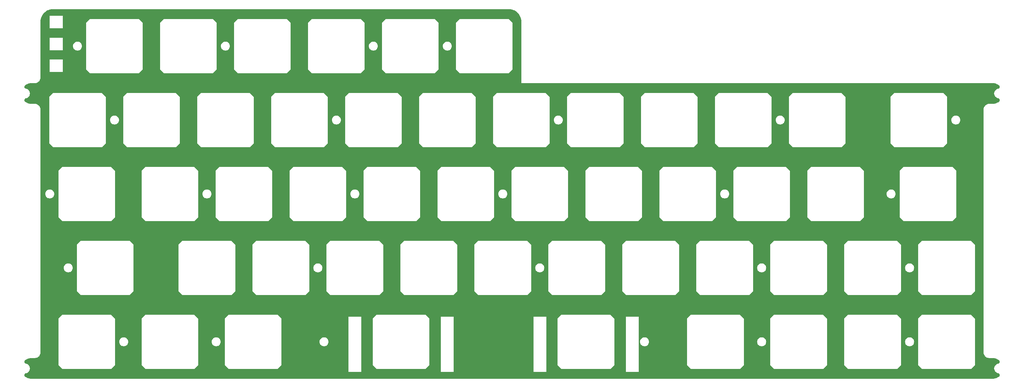
<source format=gbr>
%TF.GenerationSoftware,KiCad,Pcbnew,(7.0.0)*%
%TF.CreationDate,2023-09-29T19:28:47+02:00*%
%TF.ProjectId,Hull OEM 275u 225u,48756c6c-204f-4454-9d20-323735752032,rev?*%
%TF.SameCoordinates,Original*%
%TF.FileFunction,Copper,L1,Top*%
%TF.FilePolarity,Positive*%
%FSLAX46Y46*%
G04 Gerber Fmt 4.6, Leading zero omitted, Abs format (unit mm)*
G04 Created by KiCad (PCBNEW (7.0.0)) date 2023-09-29 19:28:47*
%MOMM*%
%LPD*%
G01*
G04 APERTURE LIST*
G04 APERTURE END LIST*
%TA.AperFunction,Conductor*%
%TO.N,GND*%
G36*
X149225305Y-49213016D02*
G01*
X149358279Y-49219988D01*
X149358317Y-49220006D01*
X149358317Y-49219991D01*
X149358541Y-49220002D01*
X149563552Y-49231522D01*
X149564660Y-49231641D01*
X149725845Y-49257174D01*
X149903189Y-49287311D01*
X149904226Y-49287537D01*
X150066627Y-49331057D01*
X150066797Y-49331104D01*
X150234800Y-49379509D01*
X150235701Y-49379811D01*
X150394610Y-49440813D01*
X150394727Y-49440860D01*
X150554454Y-49507023D01*
X150555237Y-49507384D01*
X150707780Y-49585111D01*
X150708078Y-49585270D01*
X150858411Y-49668358D01*
X150859108Y-49668776D01*
X151003170Y-49762333D01*
X151003449Y-49762522D01*
X151129467Y-49851938D01*
X151143140Y-49861640D01*
X151143722Y-49862082D01*
X151277399Y-49970332D01*
X151277813Y-49970684D01*
X151405281Y-50084597D01*
X151405750Y-50085040D01*
X151527458Y-50206748D01*
X151527901Y-50207217D01*
X151641814Y-50334685D01*
X151642176Y-50335111D01*
X151750416Y-50468776D01*
X151750858Y-50469358D01*
X151791735Y-50526967D01*
X151849962Y-50609030D01*
X151850183Y-50609355D01*
X151880232Y-50655625D01*
X151943720Y-50753387D01*
X151944140Y-50754087D01*
X152027216Y-50904397D01*
X152027398Y-50904739D01*
X152105105Y-51057243D01*
X152105483Y-51058063D01*
X152171611Y-51217703D01*
X152171722Y-51217983D01*
X152232681Y-51376780D01*
X152232995Y-51377717D01*
X152281388Y-51545682D01*
X152281446Y-51545889D01*
X152324959Y-51708267D01*
X152325188Y-51709317D01*
X152355320Y-51886631D01*
X152355341Y-51886759D01*
X152380854Y-52047816D01*
X152380978Y-52048970D01*
X152392509Y-52254181D01*
X152392511Y-52254224D01*
X152399484Y-52387195D01*
X152399500Y-52387797D01*
X152399500Y-52388000D01*
X152399500Y-68262401D01*
X152399459Y-68262500D01*
X152399500Y-68262599D01*
X152399617Y-68262883D01*
X152400000Y-68263041D01*
X152400099Y-68263000D01*
X273787000Y-68263000D01*
X273787175Y-68263000D01*
X273787808Y-68263017D01*
X273832763Y-68265496D01*
X274108413Y-68283746D01*
X274109500Y-68283873D01*
X274231829Y-68304278D01*
X274232203Y-68304346D01*
X274430352Y-68344169D01*
X274431153Y-68344363D01*
X274561883Y-68381314D01*
X274562474Y-68381499D01*
X274745201Y-68444202D01*
X274745763Y-68444412D01*
X274871625Y-68495510D01*
X274872417Y-68495868D01*
X275053261Y-68586094D01*
X275053554Y-68586246D01*
X275162654Y-68645259D01*
X275163600Y-68645832D01*
X275392423Y-68800706D01*
X275392577Y-68800813D01*
X275428779Y-68825902D01*
X275430380Y-68827243D01*
X275451124Y-68848093D01*
X275451161Y-68848131D01*
X275504470Y-68903482D01*
X275521246Y-68920901D01*
X275522892Y-68923075D01*
X275549979Y-68969420D01*
X275550244Y-68969899D01*
X275586214Y-69038772D01*
X275587088Y-69040974D01*
X275602945Y-69097184D01*
X275603158Y-69098071D01*
X275617338Y-69169631D01*
X275617554Y-69171624D01*
X275618817Y-69231659D01*
X275618773Y-69232935D01*
X275612346Y-69304104D01*
X275612083Y-69305724D01*
X275598122Y-69364582D01*
X275597630Y-69366148D01*
X275571404Y-69432632D01*
X275570870Y-69433792D01*
X275542781Y-69486857D01*
X275541692Y-69488541D01*
X275496876Y-69546116D01*
X275496287Y-69546813D01*
X275456879Y-69589905D01*
X275455109Y-69591479D01*
X275392037Y-69636860D01*
X275391586Y-69637169D01*
X275346587Y-69666400D01*
X275344136Y-69667605D01*
X275246395Y-69701963D01*
X275246222Y-69702022D01*
X275220969Y-69710451D01*
X275219615Y-69710813D01*
X275219408Y-69710855D01*
X275219364Y-69710864D01*
X275114653Y-69731690D01*
X275114644Y-69731692D01*
X275114174Y-69731786D01*
X275113725Y-69731958D01*
X275113717Y-69731961D01*
X274913479Y-69808983D01*
X274913468Y-69808988D01*
X274913019Y-69809161D01*
X274912601Y-69809410D01*
X274912597Y-69809413D01*
X274728492Y-69919559D01*
X274728489Y-69919560D01*
X274728068Y-69919813D01*
X274727700Y-69920129D01*
X274727693Y-69920135D01*
X274565146Y-70060157D01*
X274565138Y-70060164D01*
X274564776Y-70060477D01*
X274564467Y-70060851D01*
X274564464Y-70060856D01*
X274428272Y-70226623D01*
X274428267Y-70226629D01*
X274427959Y-70227005D01*
X274427716Y-70227433D01*
X274427715Y-70227435D01*
X274321897Y-70414054D01*
X274321894Y-70414058D01*
X274321652Y-70414487D01*
X274321485Y-70414950D01*
X274321484Y-70414955D01*
X274249153Y-70616932D01*
X274249150Y-70616939D01*
X274248989Y-70617392D01*
X274248907Y-70617862D01*
X274248904Y-70617875D01*
X274212198Y-70829250D01*
X274212197Y-70829258D01*
X274212114Y-70829738D01*
X274212114Y-71045262D01*
X274212197Y-71045742D01*
X274212198Y-71045749D01*
X274248904Y-71257124D01*
X274248906Y-71257134D01*
X274248989Y-71257608D01*
X274249151Y-71258063D01*
X274249153Y-71258067D01*
X274321484Y-71460044D01*
X274321652Y-71460513D01*
X274427959Y-71647995D01*
X274564776Y-71814523D01*
X274728068Y-71955187D01*
X274913019Y-72065839D01*
X275114174Y-72143214D01*
X275215429Y-72163352D01*
X275219145Y-72164091D01*
X275220543Y-72164462D01*
X275250168Y-72174350D01*
X275250191Y-72174358D01*
X275343755Y-72207207D01*
X275346193Y-72208406D01*
X275393459Y-72239110D01*
X275393855Y-72239380D01*
X275454728Y-72283179D01*
X275456485Y-72284741D01*
X275496690Y-72328705D01*
X275497158Y-72329217D01*
X275497746Y-72329914D01*
X275541357Y-72385941D01*
X275542446Y-72387625D01*
X275571273Y-72442084D01*
X275571807Y-72443244D01*
X275597405Y-72508136D01*
X275597897Y-72509702D01*
X275612203Y-72570013D01*
X275612466Y-72571633D01*
X275618740Y-72641106D01*
X275618784Y-72642382D01*
X275617488Y-72703976D01*
X275617272Y-72705969D01*
X275603469Y-72775631D01*
X275603256Y-72776519D01*
X275586897Y-72834502D01*
X275586023Y-72836703D01*
X275551319Y-72903152D01*
X275551054Y-72903631D01*
X275522631Y-72952263D01*
X275520982Y-72954441D01*
X275454068Y-73023867D01*
X275453941Y-73023997D01*
X275430133Y-73047929D01*
X275428530Y-73049270D01*
X275392513Y-73074230D01*
X275392409Y-73074302D01*
X275163614Y-73229157D01*
X275162639Y-73229748D01*
X275053575Y-73288741D01*
X275053238Y-73288916D01*
X274872424Y-73379127D01*
X274871616Y-73379492D01*
X274745778Y-73430580D01*
X274745185Y-73430802D01*
X274562480Y-73493497D01*
X274561875Y-73493686D01*
X274431183Y-73530627D01*
X274430321Y-73530836D01*
X274232203Y-73570652D01*
X274231829Y-73570720D01*
X274109523Y-73591122D01*
X274108391Y-73591254D01*
X273832805Y-73609500D01*
X273832678Y-73609508D01*
X273787808Y-73611983D01*
X273787175Y-73612000D01*
X272963000Y-73612000D01*
X272962500Y-73612000D01*
X272855182Y-73612000D01*
X272854784Y-73612057D01*
X272854772Y-73612058D01*
X272643138Y-73642487D01*
X272643131Y-73642488D01*
X272642731Y-73642546D01*
X272642341Y-73642660D01*
X272642334Y-73642662D01*
X272437189Y-73702898D01*
X272437178Y-73702901D01*
X272436790Y-73703016D01*
X272436419Y-73703185D01*
X272436412Y-73703188D01*
X272241921Y-73792009D01*
X272241914Y-73792012D01*
X272241550Y-73792179D01*
X272241213Y-73792395D01*
X272241203Y-73792401D01*
X272061335Y-73907995D01*
X272061331Y-73907997D01*
X272060987Y-73908219D01*
X272060688Y-73908477D01*
X272060676Y-73908487D01*
X271899090Y-74048503D01*
X271899083Y-74048509D01*
X271898776Y-74048776D01*
X271898509Y-74049083D01*
X271898503Y-74049090D01*
X271758487Y-74210676D01*
X271758477Y-74210688D01*
X271758219Y-74210987D01*
X271757997Y-74211331D01*
X271757995Y-74211335D01*
X271642401Y-74391203D01*
X271642395Y-74391213D01*
X271642179Y-74391550D01*
X271642012Y-74391914D01*
X271642009Y-74391921D01*
X271553188Y-74586412D01*
X271553185Y-74586419D01*
X271553016Y-74586790D01*
X271552901Y-74587178D01*
X271552898Y-74587189D01*
X271492662Y-74792334D01*
X271492660Y-74792341D01*
X271492546Y-74792731D01*
X271492488Y-74793131D01*
X271492487Y-74793138D01*
X271462058Y-75004772D01*
X271462057Y-75004784D01*
X271462000Y-75005182D01*
X271462000Y-75112401D01*
X271462000Y-137612000D01*
X271462000Y-137612500D01*
X271462000Y-137719818D01*
X271462057Y-137720216D01*
X271462058Y-137720227D01*
X271492487Y-137931861D01*
X271492546Y-137932269D01*
X271492661Y-137932661D01*
X271492662Y-137932665D01*
X271552898Y-138137810D01*
X271552900Y-138137816D01*
X271553016Y-138138210D01*
X271642179Y-138333450D01*
X271758219Y-138514013D01*
X271758483Y-138514317D01*
X271758487Y-138514323D01*
X271827930Y-138594464D01*
X271898776Y-138676224D01*
X271899090Y-138676496D01*
X272060676Y-138816512D01*
X272060680Y-138816515D01*
X272060987Y-138816781D01*
X272241550Y-138932821D01*
X272436790Y-139021984D01*
X272642731Y-139082454D01*
X272855182Y-139113000D01*
X272962401Y-139113000D01*
X272962500Y-139113000D01*
X272963000Y-139113000D01*
X273787000Y-139113000D01*
X273787175Y-139113000D01*
X273787808Y-139113017D01*
X273832763Y-139115496D01*
X274108413Y-139133746D01*
X274109500Y-139133873D01*
X274231829Y-139154278D01*
X274232203Y-139154346D01*
X274430352Y-139194169D01*
X274431153Y-139194363D01*
X274561883Y-139231314D01*
X274562474Y-139231499D01*
X274745201Y-139294202D01*
X274745763Y-139294412D01*
X274871625Y-139345510D01*
X274872417Y-139345868D01*
X275053261Y-139436094D01*
X275053554Y-139436246D01*
X275162654Y-139495259D01*
X275163600Y-139495832D01*
X275392397Y-139650689D01*
X275428782Y-139675904D01*
X275430375Y-139677238D01*
X275451484Y-139698449D01*
X275451549Y-139698515D01*
X275521185Y-139770757D01*
X275522830Y-139772930D01*
X275550434Y-139820150D01*
X275550699Y-139820629D01*
X275586188Y-139888567D01*
X275587063Y-139890769D01*
X275603118Y-139947665D01*
X275603331Y-139948552D01*
X275617371Y-140019386D01*
X275617587Y-140021380D01*
X275618863Y-140082023D01*
X275618819Y-140083299D01*
X275612451Y-140153821D01*
X275612187Y-140155441D01*
X275598094Y-140214852D01*
X275597603Y-140216418D01*
X275571613Y-140282295D01*
X275571079Y-140283456D01*
X275542695Y-140337069D01*
X275541605Y-140338752D01*
X275497256Y-140395718D01*
X275496668Y-140396416D01*
X275456760Y-140440046D01*
X275454989Y-140441620D01*
X275392762Y-140486381D01*
X275392310Y-140486690D01*
X275346446Y-140516473D01*
X275343995Y-140517678D01*
X275248875Y-140551096D01*
X275248702Y-140551155D01*
X275220634Y-140560519D01*
X275219238Y-140560889D01*
X275114653Y-140581690D01*
X275114644Y-140581692D01*
X275114174Y-140581786D01*
X275113725Y-140581958D01*
X275113717Y-140581961D01*
X274913479Y-140658983D01*
X274913468Y-140658988D01*
X274913019Y-140659161D01*
X274912601Y-140659410D01*
X274912597Y-140659413D01*
X274728492Y-140769559D01*
X274728489Y-140769560D01*
X274728068Y-140769813D01*
X274727700Y-140770129D01*
X274727693Y-140770135D01*
X274565146Y-140910157D01*
X274565138Y-140910164D01*
X274564776Y-140910477D01*
X274564467Y-140910851D01*
X274564464Y-140910856D01*
X274428272Y-141076623D01*
X274428267Y-141076629D01*
X274427959Y-141077005D01*
X274427716Y-141077433D01*
X274427715Y-141077435D01*
X274321897Y-141264054D01*
X274321894Y-141264058D01*
X274321652Y-141264487D01*
X274321485Y-141264950D01*
X274321484Y-141264955D01*
X274249153Y-141466932D01*
X274249150Y-141466939D01*
X274248989Y-141467392D01*
X274248907Y-141467862D01*
X274248904Y-141467875D01*
X274212198Y-141679250D01*
X274212197Y-141679258D01*
X274212114Y-141679738D01*
X274212114Y-141895262D01*
X274212197Y-141895742D01*
X274212198Y-141895749D01*
X274248904Y-142107124D01*
X274248906Y-142107134D01*
X274248989Y-142107608D01*
X274249151Y-142108063D01*
X274249153Y-142108067D01*
X274321484Y-142310044D01*
X274321652Y-142310513D01*
X274427959Y-142497995D01*
X274564776Y-142664523D01*
X274565144Y-142664840D01*
X274565146Y-142664842D01*
X274645643Y-142734184D01*
X274728068Y-142805187D01*
X274913019Y-142915839D01*
X275114174Y-142993214D01*
X275219148Y-143014092D01*
X275220543Y-143014462D01*
X275249011Y-143023974D01*
X275343733Y-143057332D01*
X275344034Y-143057438D01*
X275346475Y-143058639D01*
X275391809Y-143088102D01*
X275392230Y-143088391D01*
X275454982Y-143133562D01*
X275456739Y-143135123D01*
X275496330Y-143178427D01*
X275496907Y-143179111D01*
X275541541Y-143236466D01*
X275542629Y-143238149D01*
X275570815Y-143291402D01*
X275571349Y-143292562D01*
X275597486Y-143358822D01*
X275597977Y-143360387D01*
X275611984Y-143419422D01*
X275612248Y-143421042D01*
X275618660Y-143491974D01*
X275618704Y-143493249D01*
X275617444Y-143553489D01*
X275617228Y-143555482D01*
X275603118Y-143626762D01*
X275602906Y-143627649D01*
X275586991Y-143684110D01*
X275586117Y-143686311D01*
X275550345Y-143754852D01*
X275550080Y-143755331D01*
X275522839Y-143801972D01*
X275521192Y-143804149D01*
X275450036Y-143878035D01*
X275449909Y-143878166D01*
X275430555Y-143897635D01*
X275428949Y-143898979D01*
X275392513Y-143924230D01*
X275392409Y-143924302D01*
X275163614Y-144079157D01*
X275162639Y-144079748D01*
X275053575Y-144138741D01*
X275053238Y-144138916D01*
X274872424Y-144229127D01*
X274871616Y-144229492D01*
X274745778Y-144280580D01*
X274745185Y-144280802D01*
X274562480Y-144343497D01*
X274561875Y-144343686D01*
X274431183Y-144380627D01*
X274430321Y-144380836D01*
X274232203Y-144420652D01*
X274231829Y-144420720D01*
X274109523Y-144441122D01*
X274108391Y-144441254D01*
X273832805Y-144459500D01*
X273832678Y-144459508D01*
X273787808Y-144461983D01*
X273787175Y-144462000D01*
X26250325Y-144462000D01*
X26249692Y-144461983D01*
X26204820Y-144459508D01*
X26204693Y-144459500D01*
X25929107Y-144441254D01*
X25927975Y-144441122D01*
X25805669Y-144420720D01*
X25805295Y-144420652D01*
X25607177Y-144380836D01*
X25606315Y-144380627D01*
X25475623Y-144343686D01*
X25475018Y-144343497D01*
X25292313Y-144280802D01*
X25291720Y-144280580D01*
X25165882Y-144229492D01*
X25165074Y-144229127D01*
X24984260Y-144138916D01*
X24983923Y-144138741D01*
X24874859Y-144079748D01*
X24873884Y-144079157D01*
X24645090Y-143924302D01*
X24644986Y-143924230D01*
X24608723Y-143899099D01*
X24607120Y-143897757D01*
X24585944Y-143876468D01*
X24585816Y-143876337D01*
X24516371Y-143804263D01*
X24514723Y-143802086D01*
X24503679Y-143783187D01*
X24487010Y-143754660D01*
X24486770Y-143754227D01*
X24451386Y-143686461D01*
X24450516Y-143684270D01*
X24434416Y-143627186D01*
X24434217Y-143626356D01*
X24420213Y-143555658D01*
X24419999Y-143553685D01*
X24418722Y-143492887D01*
X24418765Y-143491661D01*
X24425128Y-143421229D01*
X24425383Y-143419658D01*
X24439511Y-143360103D01*
X24439996Y-143358558D01*
X24465945Y-143292780D01*
X24466456Y-143291669D01*
X24494908Y-143237918D01*
X24495984Y-143236255D01*
X24540254Y-143179378D01*
X24540802Y-143178729D01*
X24580834Y-143134952D01*
X24582580Y-143133400D01*
X24644663Y-143088726D01*
X24645029Y-143088476D01*
X24691119Y-143058533D01*
X24693557Y-143057334D01*
X24788277Y-143024031D01*
X24816920Y-143014468D01*
X24818314Y-143014098D01*
X24923326Y-142993214D01*
X25124481Y-142915839D01*
X25309432Y-142805187D01*
X25446921Y-142686750D01*
X107893649Y-142686750D01*
X107893690Y-142686849D01*
X107893807Y-142687133D01*
X107894190Y-142687291D01*
X107894289Y-142687250D01*
X111193101Y-142687250D01*
X111193200Y-142687291D01*
X111193583Y-142687133D01*
X111193700Y-142686849D01*
X111193741Y-142686750D01*
X131692359Y-142686750D01*
X131692400Y-142686849D01*
X131692517Y-142687133D01*
X131692900Y-142687291D01*
X131692999Y-142687250D01*
X134993201Y-142687250D01*
X134993300Y-142687291D01*
X134993683Y-142687133D01*
X134993800Y-142686849D01*
X134993841Y-142686750D01*
X155518649Y-142686750D01*
X155518690Y-142686849D01*
X155518807Y-142687133D01*
X155519190Y-142687291D01*
X155519289Y-142687250D01*
X158818101Y-142687250D01*
X158818200Y-142687291D01*
X158818583Y-142687133D01*
X158818700Y-142686849D01*
X158818741Y-142686750D01*
X179317359Y-142686750D01*
X179317400Y-142686849D01*
X179317517Y-142687133D01*
X179317900Y-142687291D01*
X179317999Y-142687250D01*
X182618201Y-142687250D01*
X182618300Y-142687291D01*
X182618683Y-142687133D01*
X182618800Y-142686849D01*
X182618841Y-142686750D01*
X182618800Y-142686651D01*
X182618800Y-140937500D01*
X195105708Y-140937500D01*
X195105826Y-140937783D01*
X195105867Y-140937883D01*
X195105965Y-140937923D01*
X196105825Y-141937782D01*
X196105867Y-141937883D01*
X196105967Y-141937924D01*
X196106250Y-141938042D01*
X196106351Y-141938000D01*
X208706149Y-141938000D01*
X208706250Y-141938042D01*
X208706534Y-141937924D01*
X208706534Y-141937923D01*
X208706633Y-141937883D01*
X208706673Y-141937784D01*
X209706532Y-140937924D01*
X209706633Y-140937883D01*
X209706690Y-140937743D01*
X209706792Y-140937500D01*
X216536958Y-140937500D01*
X216537076Y-140937783D01*
X216537117Y-140937883D01*
X216537215Y-140937923D01*
X217537075Y-141937782D01*
X217537117Y-141937883D01*
X217537217Y-141937924D01*
X217537500Y-141938042D01*
X217537601Y-141938000D01*
X230137399Y-141938000D01*
X230137500Y-141938042D01*
X230137784Y-141937924D01*
X230137784Y-141937923D01*
X230137883Y-141937883D01*
X230137923Y-141937784D01*
X231137782Y-140937924D01*
X231137883Y-140937883D01*
X231137940Y-140937743D01*
X231138042Y-140937500D01*
X235586958Y-140937500D01*
X235587076Y-140937783D01*
X235587117Y-140937883D01*
X235587215Y-140937923D01*
X236587075Y-141937782D01*
X236587117Y-141937883D01*
X236587217Y-141937924D01*
X236587500Y-141938042D01*
X236587601Y-141938000D01*
X249187399Y-141938000D01*
X249187500Y-141938042D01*
X249187784Y-141937924D01*
X249187784Y-141937923D01*
X249187883Y-141937883D01*
X249187923Y-141937784D01*
X250187782Y-140937924D01*
X250187883Y-140937883D01*
X250187940Y-140937743D01*
X250188042Y-140937500D01*
X254636958Y-140937500D01*
X254637076Y-140937783D01*
X254637117Y-140937883D01*
X254637215Y-140937923D01*
X255637075Y-141937782D01*
X255637117Y-141937883D01*
X255637217Y-141937924D01*
X255637500Y-141938042D01*
X255637601Y-141938000D01*
X268237399Y-141938000D01*
X268237500Y-141938042D01*
X268237784Y-141937924D01*
X268237784Y-141937923D01*
X268237883Y-141937883D01*
X268237923Y-141937784D01*
X269237782Y-140937924D01*
X269237883Y-140937883D01*
X269237940Y-140937743D01*
X269238042Y-140937500D01*
X269238000Y-140937399D01*
X269238000Y-128937601D01*
X269238042Y-128937500D01*
X269237924Y-128937217D01*
X269237883Y-128937117D01*
X269237782Y-128937075D01*
X268237923Y-127937215D01*
X268237883Y-127937117D01*
X268237784Y-127937076D01*
X268237500Y-127936958D01*
X268237399Y-127937000D01*
X255637601Y-127937000D01*
X255637500Y-127936958D01*
X255637256Y-127937059D01*
X255637117Y-127937117D01*
X255637075Y-127937217D01*
X255635674Y-127938617D01*
X255635673Y-127938618D01*
X254638615Y-128935675D01*
X254638614Y-128935676D01*
X254637215Y-128937076D01*
X254637117Y-128937117D01*
X254637076Y-128937215D01*
X254637076Y-128937216D01*
X254636958Y-128937500D01*
X254637000Y-128937601D01*
X254637000Y-140937399D01*
X254636958Y-140937500D01*
X250188042Y-140937500D01*
X250188000Y-140937399D01*
X250188000Y-134937500D01*
X251257071Y-134937500D01*
X251276744Y-135149810D01*
X251276886Y-135150310D01*
X251276888Y-135150319D01*
X251334948Y-135354374D01*
X251335095Y-135354889D01*
X251430134Y-135545755D01*
X251430451Y-135546174D01*
X251430453Y-135546178D01*
X251558305Y-135715480D01*
X251558308Y-135715483D01*
X251558628Y-135715907D01*
X251559019Y-135716263D01*
X251715810Y-135859199D01*
X251715814Y-135859202D01*
X251716198Y-135859552D01*
X251897481Y-135971798D01*
X252096302Y-136048821D01*
X252305890Y-136088000D01*
X252518576Y-136088000D01*
X252519110Y-136088000D01*
X252728698Y-136048821D01*
X252927519Y-135971798D01*
X253108802Y-135859552D01*
X253266372Y-135715907D01*
X253394866Y-135545755D01*
X253489905Y-135354889D01*
X253548256Y-135149810D01*
X253567929Y-134937500D01*
X253548256Y-134725190D01*
X253489905Y-134520111D01*
X253394866Y-134329245D01*
X253266372Y-134159093D01*
X253113992Y-134020179D01*
X253109189Y-134015800D01*
X253109183Y-134015796D01*
X253108802Y-134015448D01*
X253108354Y-134015171D01*
X253108352Y-134015169D01*
X252927980Y-133903487D01*
X252927976Y-133903485D01*
X252927519Y-133903202D01*
X252927017Y-133903007D01*
X252927012Y-133903005D01*
X252729203Y-133826374D01*
X252729196Y-133826372D01*
X252728698Y-133826179D01*
X252728171Y-133826080D01*
X252728166Y-133826079D01*
X252519635Y-133787098D01*
X252519633Y-133787097D01*
X252519110Y-133787000D01*
X252305890Y-133787000D01*
X252305367Y-133787097D01*
X252305364Y-133787098D01*
X252096833Y-133826079D01*
X252096825Y-133826081D01*
X252096302Y-133826179D01*
X252095805Y-133826371D01*
X252095796Y-133826374D01*
X251897987Y-133903005D01*
X251897978Y-133903009D01*
X251897481Y-133903202D01*
X251897027Y-133903482D01*
X251897019Y-133903487D01*
X251716647Y-134015169D01*
X251716639Y-134015174D01*
X251716198Y-134015448D01*
X251715820Y-134015791D01*
X251715810Y-134015800D01*
X251559019Y-134158736D01*
X251559016Y-134158739D01*
X251558628Y-134159093D01*
X251558312Y-134159510D01*
X251558305Y-134159519D01*
X251430453Y-134328821D01*
X251430447Y-134328829D01*
X251430134Y-134329245D01*
X251429899Y-134329716D01*
X251429897Y-134329720D01*
X251335334Y-134519630D01*
X251335332Y-134519634D01*
X251335095Y-134520111D01*
X251334950Y-134520617D01*
X251334948Y-134520625D01*
X251276888Y-134724680D01*
X251276885Y-134724691D01*
X251276744Y-134725190D01*
X251257071Y-134937500D01*
X250188000Y-134937500D01*
X250188000Y-128937601D01*
X250188042Y-128937500D01*
X250187924Y-128937217D01*
X250187883Y-128937117D01*
X250187782Y-128937075D01*
X249187923Y-127937215D01*
X249187883Y-127937117D01*
X249187784Y-127937076D01*
X249187500Y-127936958D01*
X249187399Y-127937000D01*
X236587601Y-127937000D01*
X236587500Y-127936958D01*
X236587256Y-127937059D01*
X236587117Y-127937117D01*
X236587075Y-127937217D01*
X236585674Y-127938617D01*
X236585673Y-127938618D01*
X235588615Y-128935675D01*
X235588614Y-128935676D01*
X235587215Y-128937076D01*
X235587117Y-128937117D01*
X235587076Y-128937215D01*
X235587076Y-128937216D01*
X235586958Y-128937500D01*
X235587000Y-128937601D01*
X235587000Y-140937399D01*
X235586958Y-140937500D01*
X231138042Y-140937500D01*
X231138000Y-140937399D01*
X231138000Y-128937601D01*
X231138042Y-128937500D01*
X231137924Y-128937217D01*
X231137883Y-128937117D01*
X231137782Y-128937075D01*
X230137923Y-127937215D01*
X230137883Y-127937117D01*
X230137784Y-127937076D01*
X230137500Y-127936958D01*
X230137399Y-127937000D01*
X217537601Y-127937000D01*
X217537500Y-127936958D01*
X217537256Y-127937059D01*
X217537117Y-127937117D01*
X217537075Y-127937217D01*
X217535674Y-127938617D01*
X217535673Y-127938618D01*
X216538615Y-128935675D01*
X216538614Y-128935676D01*
X216537215Y-128937076D01*
X216537117Y-128937117D01*
X216537076Y-128937215D01*
X216537076Y-128937216D01*
X216536958Y-128937500D01*
X216537000Y-128937601D01*
X216537000Y-140937399D01*
X216536958Y-140937500D01*
X209706792Y-140937500D01*
X209706750Y-140937399D01*
X209706750Y-134937500D01*
X213157071Y-134937500D01*
X213176744Y-135149810D01*
X213176886Y-135150310D01*
X213176888Y-135150319D01*
X213234948Y-135354374D01*
X213235095Y-135354889D01*
X213330134Y-135545755D01*
X213330451Y-135546174D01*
X213330453Y-135546178D01*
X213458305Y-135715480D01*
X213458308Y-135715483D01*
X213458628Y-135715907D01*
X213459019Y-135716263D01*
X213615810Y-135859199D01*
X213615814Y-135859202D01*
X213616198Y-135859552D01*
X213797481Y-135971798D01*
X213996302Y-136048821D01*
X214205890Y-136088000D01*
X214418576Y-136088000D01*
X214419110Y-136088000D01*
X214628698Y-136048821D01*
X214827519Y-135971798D01*
X215008802Y-135859552D01*
X215166372Y-135715907D01*
X215294866Y-135545755D01*
X215389905Y-135354889D01*
X215448256Y-135149810D01*
X215467929Y-134937500D01*
X215448256Y-134725190D01*
X215389905Y-134520111D01*
X215294866Y-134329245D01*
X215166372Y-134159093D01*
X215013992Y-134020179D01*
X215009189Y-134015800D01*
X215009183Y-134015796D01*
X215008802Y-134015448D01*
X215008354Y-134015171D01*
X215008352Y-134015169D01*
X214827980Y-133903487D01*
X214827976Y-133903485D01*
X214827519Y-133903202D01*
X214827017Y-133903007D01*
X214827012Y-133903005D01*
X214629203Y-133826374D01*
X214629196Y-133826372D01*
X214628698Y-133826179D01*
X214628171Y-133826080D01*
X214628166Y-133826079D01*
X214419635Y-133787098D01*
X214419633Y-133787097D01*
X214419110Y-133787000D01*
X214205890Y-133787000D01*
X214205367Y-133787097D01*
X214205364Y-133787098D01*
X213996833Y-133826079D01*
X213996825Y-133826081D01*
X213996302Y-133826179D01*
X213995805Y-133826371D01*
X213995796Y-133826374D01*
X213797987Y-133903005D01*
X213797978Y-133903009D01*
X213797481Y-133903202D01*
X213797027Y-133903482D01*
X213797019Y-133903487D01*
X213616647Y-134015169D01*
X213616639Y-134015174D01*
X213616198Y-134015448D01*
X213615820Y-134015791D01*
X213615810Y-134015800D01*
X213459019Y-134158736D01*
X213459016Y-134158739D01*
X213458628Y-134159093D01*
X213458312Y-134159510D01*
X213458305Y-134159519D01*
X213330453Y-134328821D01*
X213330447Y-134328829D01*
X213330134Y-134329245D01*
X213329899Y-134329716D01*
X213329897Y-134329720D01*
X213235334Y-134519630D01*
X213235332Y-134519634D01*
X213235095Y-134520111D01*
X213234950Y-134520617D01*
X213234948Y-134520625D01*
X213176888Y-134724680D01*
X213176885Y-134724691D01*
X213176744Y-134725190D01*
X213157071Y-134937500D01*
X209706750Y-134937500D01*
X209706750Y-128937601D01*
X209706792Y-128937500D01*
X209706674Y-128937217D01*
X209706633Y-128937117D01*
X209706532Y-128937075D01*
X208706673Y-127937215D01*
X208706633Y-127937117D01*
X208706534Y-127937076D01*
X208706250Y-127936958D01*
X208706149Y-127937000D01*
X196106351Y-127937000D01*
X196106250Y-127936958D01*
X196106006Y-127937059D01*
X196105867Y-127937117D01*
X196105825Y-127937217D01*
X196104424Y-127938617D01*
X196104423Y-127938618D01*
X195107365Y-128935675D01*
X195107364Y-128935676D01*
X195105965Y-128937076D01*
X195105867Y-128937117D01*
X195105826Y-128937215D01*
X195105826Y-128937216D01*
X195105708Y-128937500D01*
X195105750Y-128937601D01*
X195105750Y-140937399D01*
X195105708Y-140937500D01*
X182618800Y-140937500D01*
X182618800Y-134937500D01*
X182994571Y-134937500D01*
X183014244Y-135149810D01*
X183014386Y-135150310D01*
X183014388Y-135150319D01*
X183072448Y-135354374D01*
X183072595Y-135354889D01*
X183167634Y-135545755D01*
X183167951Y-135546174D01*
X183167953Y-135546178D01*
X183295805Y-135715480D01*
X183295808Y-135715483D01*
X183296128Y-135715907D01*
X183296519Y-135716263D01*
X183453310Y-135859199D01*
X183453314Y-135859202D01*
X183453698Y-135859552D01*
X183634981Y-135971798D01*
X183833802Y-136048821D01*
X184043390Y-136088000D01*
X184256076Y-136088000D01*
X184256610Y-136088000D01*
X184466198Y-136048821D01*
X184665019Y-135971798D01*
X184846302Y-135859552D01*
X185003872Y-135715907D01*
X185132366Y-135545755D01*
X185227405Y-135354889D01*
X185285756Y-135149810D01*
X185305429Y-134937500D01*
X185285756Y-134725190D01*
X185227405Y-134520111D01*
X185132366Y-134329245D01*
X185003872Y-134159093D01*
X184851492Y-134020179D01*
X184846689Y-134015800D01*
X184846683Y-134015796D01*
X184846302Y-134015448D01*
X184845854Y-134015171D01*
X184845852Y-134015169D01*
X184665480Y-133903487D01*
X184665476Y-133903485D01*
X184665019Y-133903202D01*
X184664517Y-133903007D01*
X184664512Y-133903005D01*
X184466703Y-133826374D01*
X184466696Y-133826372D01*
X184466198Y-133826179D01*
X184465671Y-133826080D01*
X184465666Y-133826079D01*
X184257135Y-133787098D01*
X184257133Y-133787097D01*
X184256610Y-133787000D01*
X184043390Y-133787000D01*
X184042867Y-133787097D01*
X184042864Y-133787098D01*
X183834333Y-133826079D01*
X183834325Y-133826081D01*
X183833802Y-133826179D01*
X183833305Y-133826371D01*
X183833296Y-133826374D01*
X183635487Y-133903005D01*
X183635478Y-133903009D01*
X183634981Y-133903202D01*
X183634527Y-133903482D01*
X183634519Y-133903487D01*
X183454147Y-134015169D01*
X183454139Y-134015174D01*
X183453698Y-134015448D01*
X183453320Y-134015791D01*
X183453310Y-134015800D01*
X183296519Y-134158736D01*
X183296516Y-134158739D01*
X183296128Y-134159093D01*
X183295812Y-134159510D01*
X183295805Y-134159519D01*
X183167953Y-134328821D01*
X183167947Y-134328829D01*
X183167634Y-134329245D01*
X183167399Y-134329716D01*
X183167397Y-134329720D01*
X183072834Y-134519630D01*
X183072832Y-134519634D01*
X183072595Y-134520111D01*
X183072450Y-134520617D01*
X183072448Y-134520625D01*
X183014388Y-134724680D01*
X183014385Y-134724691D01*
X183014244Y-134725190D01*
X182994571Y-134937500D01*
X182618800Y-134937500D01*
X182618800Y-128487549D01*
X182618841Y-128487450D01*
X182618683Y-128487067D01*
X182618399Y-128486950D01*
X182618300Y-128486909D01*
X182618201Y-128486950D01*
X179317999Y-128486950D01*
X179317900Y-128486909D01*
X179317801Y-128486950D01*
X179317517Y-128487067D01*
X179317359Y-128487450D01*
X179317400Y-128487549D01*
X179317400Y-142686651D01*
X179317359Y-142686750D01*
X158818741Y-142686750D01*
X158818700Y-142686651D01*
X158818700Y-140937500D01*
X161768208Y-140937500D01*
X161768326Y-140937783D01*
X161768367Y-140937883D01*
X161768465Y-140937923D01*
X162768325Y-141937782D01*
X162768367Y-141937883D01*
X162768467Y-141937924D01*
X162768750Y-141938042D01*
X162768851Y-141938000D01*
X175368649Y-141938000D01*
X175368750Y-141938042D01*
X175369034Y-141937924D01*
X175369034Y-141937923D01*
X175369133Y-141937883D01*
X175369173Y-141937784D01*
X176369032Y-140937924D01*
X176369133Y-140937883D01*
X176369190Y-140937743D01*
X176369292Y-140937500D01*
X176369250Y-140937399D01*
X176369250Y-128937601D01*
X176369292Y-128937500D01*
X176369174Y-128937217D01*
X176369133Y-128937117D01*
X176369032Y-128937075D01*
X175369173Y-127937215D01*
X175369133Y-127937117D01*
X175369034Y-127937076D01*
X175368750Y-127936958D01*
X175368649Y-127937000D01*
X162768851Y-127937000D01*
X162768750Y-127936958D01*
X162768506Y-127937059D01*
X162768367Y-127937117D01*
X162768325Y-127937217D01*
X162766924Y-127938617D01*
X162766923Y-127938618D01*
X161769865Y-128935675D01*
X161769864Y-128935676D01*
X161768465Y-128937076D01*
X161768367Y-128937117D01*
X161768326Y-128937215D01*
X161768326Y-128937216D01*
X161768208Y-128937500D01*
X161768250Y-128937601D01*
X161768250Y-140937399D01*
X161768208Y-140937500D01*
X158818700Y-140937500D01*
X158818700Y-128487549D01*
X158818741Y-128487450D01*
X158818583Y-128487067D01*
X158818299Y-128486950D01*
X158818200Y-128486909D01*
X158818101Y-128486950D01*
X155519289Y-128486950D01*
X155519190Y-128486909D01*
X155519091Y-128486950D01*
X155518807Y-128487067D01*
X155518649Y-128487450D01*
X155518690Y-128487549D01*
X155518690Y-142686651D01*
X155518649Y-142686750D01*
X134993841Y-142686750D01*
X134993800Y-142686651D01*
X134993800Y-128487549D01*
X134993841Y-128487450D01*
X134993683Y-128487067D01*
X134993399Y-128486950D01*
X134993300Y-128486909D01*
X134993201Y-128486950D01*
X131692999Y-128486950D01*
X131692900Y-128486909D01*
X131692801Y-128486950D01*
X131692517Y-128487067D01*
X131692359Y-128487450D01*
X131692400Y-128487549D01*
X131692400Y-142686651D01*
X131692359Y-142686750D01*
X111193741Y-142686750D01*
X111193700Y-142686651D01*
X111193700Y-140937500D01*
X114143208Y-140937500D01*
X114143326Y-140937783D01*
X114143367Y-140937883D01*
X114143465Y-140937923D01*
X115143325Y-141937782D01*
X115143367Y-141937883D01*
X115143467Y-141937924D01*
X115143750Y-141938042D01*
X115143851Y-141938000D01*
X127743649Y-141938000D01*
X127743750Y-141938042D01*
X127744034Y-141937924D01*
X127744034Y-141937923D01*
X127744133Y-141937883D01*
X127744173Y-141937784D01*
X128744032Y-140937924D01*
X128744133Y-140937883D01*
X128744190Y-140937743D01*
X128744292Y-140937500D01*
X128744250Y-140937399D01*
X128744250Y-128937601D01*
X128744292Y-128937500D01*
X128744174Y-128937217D01*
X128744133Y-128937117D01*
X128744032Y-128937075D01*
X127744173Y-127937215D01*
X127744133Y-127937117D01*
X127744034Y-127937076D01*
X127743750Y-127936958D01*
X127743649Y-127937000D01*
X115143851Y-127937000D01*
X115143750Y-127936958D01*
X115143506Y-127937059D01*
X115143367Y-127937117D01*
X115143325Y-127937217D01*
X115141924Y-127938617D01*
X115141923Y-127938618D01*
X114144865Y-128935675D01*
X114144864Y-128935676D01*
X114143465Y-128937076D01*
X114143367Y-128937117D01*
X114143326Y-128937215D01*
X114143326Y-128937216D01*
X114143208Y-128937500D01*
X114143250Y-128937601D01*
X114143250Y-140937399D01*
X114143208Y-140937500D01*
X111193700Y-140937500D01*
X111193700Y-128487549D01*
X111193741Y-128487450D01*
X111193583Y-128487067D01*
X111193299Y-128486950D01*
X111193200Y-128486909D01*
X111193101Y-128486950D01*
X107894289Y-128486950D01*
X107894190Y-128486909D01*
X107894091Y-128486950D01*
X107893807Y-128487067D01*
X107893649Y-128487450D01*
X107893690Y-128487549D01*
X107893690Y-142686651D01*
X107893649Y-142686750D01*
X25446921Y-142686750D01*
X25472724Y-142664523D01*
X25609541Y-142497995D01*
X25715848Y-142310513D01*
X25788511Y-142107608D01*
X25825386Y-141895262D01*
X25825386Y-141679738D01*
X25788511Y-141467392D01*
X25715848Y-141264487D01*
X25609541Y-141077005D01*
X25494926Y-140937500D01*
X33180708Y-140937500D01*
X33180826Y-140937783D01*
X33180867Y-140937883D01*
X33180965Y-140937923D01*
X34180825Y-141937782D01*
X34180867Y-141937883D01*
X34180967Y-141937924D01*
X34181250Y-141938042D01*
X34181351Y-141938000D01*
X46781149Y-141938000D01*
X46781250Y-141938042D01*
X46781534Y-141937924D01*
X46781534Y-141937923D01*
X46781633Y-141937883D01*
X46781673Y-141937784D01*
X47781532Y-140937924D01*
X47781633Y-140937883D01*
X47781690Y-140937743D01*
X47781792Y-140937500D01*
X54611958Y-140937500D01*
X54612076Y-140937783D01*
X54612117Y-140937883D01*
X54612215Y-140937923D01*
X55612075Y-141937782D01*
X55612117Y-141937883D01*
X55612217Y-141937924D01*
X55612500Y-141938042D01*
X55612601Y-141938000D01*
X68212399Y-141938000D01*
X68212500Y-141938042D01*
X68212784Y-141937924D01*
X68212784Y-141937923D01*
X68212883Y-141937883D01*
X68212923Y-141937784D01*
X69212782Y-140937924D01*
X69212883Y-140937883D01*
X69212940Y-140937743D01*
X69213042Y-140937500D01*
X76043208Y-140937500D01*
X76043326Y-140937783D01*
X76043367Y-140937883D01*
X76043465Y-140937923D01*
X77043325Y-141937782D01*
X77043367Y-141937883D01*
X77043467Y-141937924D01*
X77043750Y-141938042D01*
X77043851Y-141938000D01*
X89643649Y-141938000D01*
X89643750Y-141938042D01*
X89644034Y-141937924D01*
X89644034Y-141937923D01*
X89644133Y-141937883D01*
X89644173Y-141937784D01*
X90644032Y-140937924D01*
X90644133Y-140937883D01*
X90644190Y-140937743D01*
X90644292Y-140937500D01*
X90644250Y-140937399D01*
X90644250Y-134937500D01*
X100444571Y-134937500D01*
X100464244Y-135149810D01*
X100464386Y-135150310D01*
X100464388Y-135150319D01*
X100522448Y-135354374D01*
X100522595Y-135354889D01*
X100617634Y-135545755D01*
X100617951Y-135546174D01*
X100617953Y-135546178D01*
X100745805Y-135715480D01*
X100745808Y-135715483D01*
X100746128Y-135715907D01*
X100746519Y-135716263D01*
X100903310Y-135859199D01*
X100903314Y-135859202D01*
X100903698Y-135859552D01*
X101084981Y-135971798D01*
X101283802Y-136048821D01*
X101493390Y-136088000D01*
X101706076Y-136088000D01*
X101706610Y-136088000D01*
X101916198Y-136048821D01*
X102115019Y-135971798D01*
X102296302Y-135859552D01*
X102453872Y-135715907D01*
X102582366Y-135545755D01*
X102677405Y-135354889D01*
X102735756Y-135149810D01*
X102755429Y-134937500D01*
X102735756Y-134725190D01*
X102677405Y-134520111D01*
X102582366Y-134329245D01*
X102453872Y-134159093D01*
X102301492Y-134020179D01*
X102296689Y-134015800D01*
X102296683Y-134015796D01*
X102296302Y-134015448D01*
X102295854Y-134015171D01*
X102295852Y-134015169D01*
X102115480Y-133903487D01*
X102115476Y-133903485D01*
X102115019Y-133903202D01*
X102114517Y-133903007D01*
X102114512Y-133903005D01*
X101916703Y-133826374D01*
X101916696Y-133826372D01*
X101916198Y-133826179D01*
X101915671Y-133826080D01*
X101915666Y-133826079D01*
X101707135Y-133787098D01*
X101707133Y-133787097D01*
X101706610Y-133787000D01*
X101493390Y-133787000D01*
X101492867Y-133787097D01*
X101492864Y-133787098D01*
X101284333Y-133826079D01*
X101284325Y-133826081D01*
X101283802Y-133826179D01*
X101283305Y-133826371D01*
X101283296Y-133826374D01*
X101085487Y-133903005D01*
X101085478Y-133903009D01*
X101084981Y-133903202D01*
X101084527Y-133903482D01*
X101084519Y-133903487D01*
X100904147Y-134015169D01*
X100904139Y-134015174D01*
X100903698Y-134015448D01*
X100903320Y-134015791D01*
X100903310Y-134015800D01*
X100746519Y-134158736D01*
X100746516Y-134158739D01*
X100746128Y-134159093D01*
X100745812Y-134159510D01*
X100745805Y-134159519D01*
X100617953Y-134328821D01*
X100617947Y-134328829D01*
X100617634Y-134329245D01*
X100617399Y-134329716D01*
X100617397Y-134329720D01*
X100522834Y-134519630D01*
X100522832Y-134519634D01*
X100522595Y-134520111D01*
X100522450Y-134520617D01*
X100522448Y-134520625D01*
X100464388Y-134724680D01*
X100464385Y-134724691D01*
X100464244Y-134725190D01*
X100444571Y-134937500D01*
X90644250Y-134937500D01*
X90644250Y-128937601D01*
X90644292Y-128937500D01*
X90644174Y-128937217D01*
X90644133Y-128937117D01*
X90644032Y-128937075D01*
X89644173Y-127937215D01*
X89644133Y-127937117D01*
X89644034Y-127937076D01*
X89643750Y-127936958D01*
X89643649Y-127937000D01*
X77043851Y-127937000D01*
X77043750Y-127936958D01*
X77043506Y-127937059D01*
X77043367Y-127937117D01*
X77043325Y-127937217D01*
X77041924Y-127938617D01*
X77041923Y-127938618D01*
X76044865Y-128935675D01*
X76044864Y-128935676D01*
X76043465Y-128937076D01*
X76043367Y-128937117D01*
X76043326Y-128937215D01*
X76043326Y-128937216D01*
X76043208Y-128937500D01*
X76043250Y-128937601D01*
X76043250Y-140937399D01*
X76043208Y-140937500D01*
X69213042Y-140937500D01*
X69213000Y-140937399D01*
X69213000Y-134937500D01*
X72663321Y-134937500D01*
X72682994Y-135149810D01*
X72683136Y-135150310D01*
X72683138Y-135150319D01*
X72741198Y-135354374D01*
X72741345Y-135354889D01*
X72836384Y-135545755D01*
X72836701Y-135546174D01*
X72836703Y-135546178D01*
X72964555Y-135715480D01*
X72964558Y-135715483D01*
X72964878Y-135715907D01*
X72965269Y-135716263D01*
X73122060Y-135859199D01*
X73122064Y-135859202D01*
X73122448Y-135859552D01*
X73303731Y-135971798D01*
X73502552Y-136048821D01*
X73712140Y-136088000D01*
X73924826Y-136088000D01*
X73925360Y-136088000D01*
X74134948Y-136048821D01*
X74333769Y-135971798D01*
X74515052Y-135859552D01*
X74672622Y-135715907D01*
X74801116Y-135545755D01*
X74896155Y-135354889D01*
X74954506Y-135149810D01*
X74974179Y-134937500D01*
X74954506Y-134725190D01*
X74896155Y-134520111D01*
X74801116Y-134329245D01*
X74672622Y-134159093D01*
X74520242Y-134020179D01*
X74515439Y-134015800D01*
X74515433Y-134015796D01*
X74515052Y-134015448D01*
X74514604Y-134015171D01*
X74514602Y-134015169D01*
X74334230Y-133903487D01*
X74334226Y-133903485D01*
X74333769Y-133903202D01*
X74333267Y-133903007D01*
X74333262Y-133903005D01*
X74135453Y-133826374D01*
X74135446Y-133826372D01*
X74134948Y-133826179D01*
X74134421Y-133826080D01*
X74134416Y-133826079D01*
X73925885Y-133787098D01*
X73925883Y-133787097D01*
X73925360Y-133787000D01*
X73712140Y-133787000D01*
X73711617Y-133787097D01*
X73711614Y-133787098D01*
X73503083Y-133826079D01*
X73503075Y-133826081D01*
X73502552Y-133826179D01*
X73502055Y-133826371D01*
X73502046Y-133826374D01*
X73304237Y-133903005D01*
X73304228Y-133903009D01*
X73303731Y-133903202D01*
X73303277Y-133903482D01*
X73303269Y-133903487D01*
X73122897Y-134015169D01*
X73122889Y-134015174D01*
X73122448Y-134015448D01*
X73122070Y-134015791D01*
X73122060Y-134015800D01*
X72965269Y-134158736D01*
X72965266Y-134158739D01*
X72964878Y-134159093D01*
X72964562Y-134159510D01*
X72964555Y-134159519D01*
X72836703Y-134328821D01*
X72836697Y-134328829D01*
X72836384Y-134329245D01*
X72836149Y-134329716D01*
X72836147Y-134329720D01*
X72741584Y-134519630D01*
X72741582Y-134519634D01*
X72741345Y-134520111D01*
X72741200Y-134520617D01*
X72741198Y-134520625D01*
X72683138Y-134724680D01*
X72683135Y-134724691D01*
X72682994Y-134725190D01*
X72663321Y-134937500D01*
X69213000Y-134937500D01*
X69213000Y-128937601D01*
X69213042Y-128937500D01*
X69212924Y-128937217D01*
X69212883Y-128937117D01*
X69212782Y-128937075D01*
X68212923Y-127937215D01*
X68212883Y-127937117D01*
X68212784Y-127937076D01*
X68212500Y-127936958D01*
X68212399Y-127937000D01*
X55612601Y-127937000D01*
X55612500Y-127936958D01*
X55612256Y-127937059D01*
X55612117Y-127937117D01*
X55612075Y-127937217D01*
X55610674Y-127938617D01*
X55610673Y-127938618D01*
X54613615Y-128935675D01*
X54613614Y-128935676D01*
X54612215Y-128937076D01*
X54612117Y-128937117D01*
X54612076Y-128937215D01*
X54612076Y-128937216D01*
X54611958Y-128937500D01*
X54612000Y-128937601D01*
X54612000Y-140937399D01*
X54611958Y-140937500D01*
X47781792Y-140937500D01*
X47781750Y-140937399D01*
X47781750Y-134937500D01*
X48850821Y-134937500D01*
X48870494Y-135149810D01*
X48870636Y-135150310D01*
X48870638Y-135150319D01*
X48928698Y-135354374D01*
X48928845Y-135354889D01*
X49023884Y-135545755D01*
X49024201Y-135546174D01*
X49024203Y-135546178D01*
X49152055Y-135715480D01*
X49152058Y-135715483D01*
X49152378Y-135715907D01*
X49152769Y-135716263D01*
X49309560Y-135859199D01*
X49309564Y-135859202D01*
X49309948Y-135859552D01*
X49491231Y-135971798D01*
X49690052Y-136048821D01*
X49899640Y-136088000D01*
X50112326Y-136088000D01*
X50112860Y-136088000D01*
X50322448Y-136048821D01*
X50521269Y-135971798D01*
X50702552Y-135859552D01*
X50860122Y-135715907D01*
X50988616Y-135545755D01*
X51083655Y-135354889D01*
X51142006Y-135149810D01*
X51161679Y-134937500D01*
X51142006Y-134725190D01*
X51083655Y-134520111D01*
X50988616Y-134329245D01*
X50860122Y-134159093D01*
X50707742Y-134020179D01*
X50702939Y-134015800D01*
X50702933Y-134015796D01*
X50702552Y-134015448D01*
X50702104Y-134015171D01*
X50702102Y-134015169D01*
X50521730Y-133903487D01*
X50521726Y-133903485D01*
X50521269Y-133903202D01*
X50520767Y-133903007D01*
X50520762Y-133903005D01*
X50322953Y-133826374D01*
X50322946Y-133826372D01*
X50322448Y-133826179D01*
X50321921Y-133826080D01*
X50321916Y-133826079D01*
X50113385Y-133787098D01*
X50113383Y-133787097D01*
X50112860Y-133787000D01*
X49899640Y-133787000D01*
X49899117Y-133787097D01*
X49899114Y-133787098D01*
X49690583Y-133826079D01*
X49690575Y-133826081D01*
X49690052Y-133826179D01*
X49689555Y-133826371D01*
X49689546Y-133826374D01*
X49491737Y-133903005D01*
X49491728Y-133903009D01*
X49491231Y-133903202D01*
X49490777Y-133903482D01*
X49490769Y-133903487D01*
X49310397Y-134015169D01*
X49310389Y-134015174D01*
X49309948Y-134015448D01*
X49309570Y-134015791D01*
X49309560Y-134015800D01*
X49152769Y-134158736D01*
X49152766Y-134158739D01*
X49152378Y-134159093D01*
X49152062Y-134159510D01*
X49152055Y-134159519D01*
X49024203Y-134328821D01*
X49024197Y-134328829D01*
X49023884Y-134329245D01*
X49023649Y-134329716D01*
X49023647Y-134329720D01*
X48929084Y-134519630D01*
X48929082Y-134519634D01*
X48928845Y-134520111D01*
X48928700Y-134520617D01*
X48928698Y-134520625D01*
X48870638Y-134724680D01*
X48870635Y-134724691D01*
X48870494Y-134725190D01*
X48850821Y-134937500D01*
X47781750Y-134937500D01*
X47781750Y-128937601D01*
X47781792Y-128937500D01*
X47781674Y-128937217D01*
X47781633Y-128937117D01*
X47781532Y-128937075D01*
X46781673Y-127937215D01*
X46781633Y-127937117D01*
X46781534Y-127937076D01*
X46781250Y-127936958D01*
X46781149Y-127937000D01*
X34181351Y-127937000D01*
X34181250Y-127936958D01*
X34181006Y-127937059D01*
X34180867Y-127937117D01*
X34180825Y-127937217D01*
X34179424Y-127938617D01*
X34179423Y-127938618D01*
X33182365Y-128935675D01*
X33182364Y-128935676D01*
X33180965Y-128937076D01*
X33180867Y-128937117D01*
X33180826Y-128937215D01*
X33180826Y-128937216D01*
X33180708Y-128937500D01*
X33180750Y-128937601D01*
X33180750Y-140937399D01*
X33180708Y-140937500D01*
X25494926Y-140937500D01*
X25472724Y-140910477D01*
X25309432Y-140769813D01*
X25124481Y-140659161D01*
X25124026Y-140658986D01*
X25124020Y-140658983D01*
X24923782Y-140581961D01*
X24923777Y-140581959D01*
X24923326Y-140581786D01*
X24922851Y-140581691D01*
X24922846Y-140581690D01*
X24822623Y-140561757D01*
X24818353Y-140560907D01*
X24816954Y-140560537D01*
X24786783Y-140550460D01*
X24786618Y-140550403D01*
X24693913Y-140517867D01*
X24691455Y-140516659D01*
X24643377Y-140485418D01*
X24642925Y-140485109D01*
X24609852Y-140461306D01*
X24582952Y-140441946D01*
X24581190Y-140440379D01*
X24540031Y-140395363D01*
X24539475Y-140394705D01*
X24496310Y-140339240D01*
X24495225Y-140337561D01*
X24466124Y-140282576D01*
X24465594Y-140281426D01*
X24440233Y-140217129D01*
X24439743Y-140215568D01*
X24425305Y-140154692D01*
X24425046Y-140153097D01*
X24418829Y-140084258D01*
X24418786Y-140083009D01*
X24420094Y-140020778D01*
X24420307Y-140018817D01*
X24433966Y-139949868D01*
X24434166Y-139949034D01*
X24450727Y-139890315D01*
X24451591Y-139888140D01*
X24485832Y-139822563D01*
X24486029Y-139822206D01*
X24515008Y-139772613D01*
X24516647Y-139770448D01*
X24581690Y-139702944D01*
X24607555Y-139676939D01*
X24609145Y-139675607D01*
X24645066Y-139650713D01*
X24873916Y-139495821D01*
X24874826Y-139495269D01*
X24984007Y-139436212D01*
X24984187Y-139436119D01*
X25165101Y-139345858D01*
X25165853Y-139345518D01*
X25291761Y-139294402D01*
X25292274Y-139294210D01*
X25475045Y-139231492D01*
X25475594Y-139231320D01*
X25606359Y-139194360D01*
X25607136Y-139194171D01*
X25805315Y-139154342D01*
X25805644Y-139154282D01*
X25928004Y-139133872D01*
X25929081Y-139133746D01*
X26204700Y-139115498D01*
X26249691Y-139113017D01*
X26250325Y-139113000D01*
X27181904Y-139113000D01*
X27182318Y-139113000D01*
X27394769Y-139082454D01*
X27600710Y-139021984D01*
X27795950Y-138932821D01*
X27976513Y-138816781D01*
X28138724Y-138676224D01*
X28279281Y-138514013D01*
X28395321Y-138333450D01*
X28484484Y-138138210D01*
X28544954Y-137932269D01*
X28575500Y-137719818D01*
X28575500Y-137612500D01*
X28575500Y-137612000D01*
X28575500Y-121887500D01*
X37943208Y-121887500D01*
X37943326Y-121887783D01*
X37943367Y-121887883D01*
X37943465Y-121887923D01*
X38943325Y-122887782D01*
X38943367Y-122887883D01*
X38943467Y-122887924D01*
X38943750Y-122888042D01*
X38943851Y-122888000D01*
X51543649Y-122888000D01*
X51543750Y-122888042D01*
X51544034Y-122887924D01*
X51544034Y-122887923D01*
X51544133Y-122887883D01*
X51544173Y-122887784D01*
X52544032Y-121887924D01*
X52544133Y-121887883D01*
X52544190Y-121887743D01*
X52544292Y-121887500D01*
X64136958Y-121887500D01*
X64137076Y-121887783D01*
X64137117Y-121887883D01*
X64137215Y-121887923D01*
X65137075Y-122887782D01*
X65137117Y-122887883D01*
X65137217Y-122887924D01*
X65137500Y-122888042D01*
X65137601Y-122888000D01*
X77737399Y-122888000D01*
X77737500Y-122888042D01*
X77737784Y-122887924D01*
X77737784Y-122887923D01*
X77737883Y-122887883D01*
X77737923Y-122887784D01*
X78737782Y-121887924D01*
X78737883Y-121887883D01*
X78737940Y-121887743D01*
X78738042Y-121887500D01*
X83186958Y-121887500D01*
X83187076Y-121887783D01*
X83187117Y-121887883D01*
X83187215Y-121887923D01*
X84187075Y-122887782D01*
X84187117Y-122887883D01*
X84187217Y-122887924D01*
X84187500Y-122888042D01*
X84187601Y-122888000D01*
X96787399Y-122888000D01*
X96787500Y-122888042D01*
X96787784Y-122887924D01*
X96787784Y-122887923D01*
X96787883Y-122887883D01*
X96787923Y-122887784D01*
X97787782Y-121887924D01*
X97787883Y-121887883D01*
X97787940Y-121887743D01*
X97788042Y-121887500D01*
X102236958Y-121887500D01*
X102237076Y-121887783D01*
X102237117Y-121887883D01*
X102237215Y-121887923D01*
X103237075Y-122887782D01*
X103237117Y-122887883D01*
X103237217Y-122887924D01*
X103237500Y-122888042D01*
X103237601Y-122888000D01*
X115837399Y-122888000D01*
X115837500Y-122888042D01*
X115837784Y-122887924D01*
X115837784Y-122887923D01*
X115837883Y-122887883D01*
X115837923Y-122887784D01*
X116837782Y-121887924D01*
X116837883Y-121887883D01*
X116837940Y-121887743D01*
X116838042Y-121887500D01*
X121286958Y-121887500D01*
X121287076Y-121887783D01*
X121287117Y-121887883D01*
X121287215Y-121887923D01*
X122287075Y-122887782D01*
X122287117Y-122887883D01*
X122287217Y-122887924D01*
X122287500Y-122888042D01*
X122287601Y-122888000D01*
X134887399Y-122888000D01*
X134887500Y-122888042D01*
X134887784Y-122887924D01*
X134887784Y-122887923D01*
X134887883Y-122887883D01*
X134887923Y-122887784D01*
X135887782Y-121887924D01*
X135887883Y-121887883D01*
X135887940Y-121887743D01*
X135888042Y-121887500D01*
X140336958Y-121887500D01*
X140337076Y-121887783D01*
X140337117Y-121887883D01*
X140337215Y-121887923D01*
X141337075Y-122887782D01*
X141337117Y-122887883D01*
X141337217Y-122887924D01*
X141337500Y-122888042D01*
X141337601Y-122888000D01*
X153937399Y-122888000D01*
X153937500Y-122888042D01*
X153937784Y-122887924D01*
X153937784Y-122887923D01*
X153937883Y-122887883D01*
X153937923Y-122887784D01*
X154937782Y-121887924D01*
X154937883Y-121887883D01*
X154937940Y-121887743D01*
X154938042Y-121887500D01*
X159386958Y-121887500D01*
X159387076Y-121887783D01*
X159387117Y-121887883D01*
X159387215Y-121887923D01*
X160387075Y-122887782D01*
X160387117Y-122887883D01*
X160387217Y-122887924D01*
X160387500Y-122888042D01*
X160387601Y-122888000D01*
X172987399Y-122888000D01*
X172987500Y-122888042D01*
X172987784Y-122887924D01*
X172987784Y-122887923D01*
X172987883Y-122887883D01*
X172987923Y-122887784D01*
X173987782Y-121887924D01*
X173987883Y-121887883D01*
X173987940Y-121887743D01*
X173988042Y-121887500D01*
X178436958Y-121887500D01*
X178437076Y-121887783D01*
X178437117Y-121887883D01*
X178437215Y-121887923D01*
X179437075Y-122887782D01*
X179437117Y-122887883D01*
X179437217Y-122887924D01*
X179437500Y-122888042D01*
X179437601Y-122888000D01*
X192037399Y-122888000D01*
X192037500Y-122888042D01*
X192037784Y-122887924D01*
X192037784Y-122887923D01*
X192037883Y-122887883D01*
X192037923Y-122887784D01*
X193037782Y-121887924D01*
X193037883Y-121887883D01*
X193037940Y-121887743D01*
X193038042Y-121887500D01*
X197486958Y-121887500D01*
X197487076Y-121887783D01*
X197487117Y-121887883D01*
X197487215Y-121887923D01*
X198487075Y-122887782D01*
X198487117Y-122887883D01*
X198487217Y-122887924D01*
X198487500Y-122888042D01*
X198487601Y-122888000D01*
X211087399Y-122888000D01*
X211087500Y-122888042D01*
X211087784Y-122887924D01*
X211087784Y-122887923D01*
X211087883Y-122887883D01*
X211087923Y-122887784D01*
X212087782Y-121887924D01*
X212087883Y-121887883D01*
X212087940Y-121887743D01*
X212088042Y-121887500D01*
X216536958Y-121887500D01*
X216537076Y-121887783D01*
X216537117Y-121887883D01*
X216537215Y-121887923D01*
X217537075Y-122887782D01*
X217537117Y-122887883D01*
X217537217Y-122887924D01*
X217537500Y-122888042D01*
X217537601Y-122888000D01*
X230137399Y-122888000D01*
X230137500Y-122888042D01*
X230137784Y-122887924D01*
X230137784Y-122887923D01*
X230137883Y-122887883D01*
X230137923Y-122887784D01*
X231137782Y-121887924D01*
X231137883Y-121887883D01*
X231137940Y-121887743D01*
X231138042Y-121887500D01*
X235586958Y-121887500D01*
X235587076Y-121887783D01*
X235587117Y-121887883D01*
X235587215Y-121887923D01*
X236587075Y-122887782D01*
X236587117Y-122887883D01*
X236587217Y-122887924D01*
X236587500Y-122888042D01*
X236587601Y-122888000D01*
X249187399Y-122888000D01*
X249187500Y-122888042D01*
X249187784Y-122887924D01*
X249187784Y-122887923D01*
X249187883Y-122887883D01*
X249187923Y-122887784D01*
X250187782Y-121887924D01*
X250187883Y-121887883D01*
X250187940Y-121887743D01*
X250188042Y-121887500D01*
X254636958Y-121887500D01*
X254637076Y-121887783D01*
X254637117Y-121887883D01*
X254637215Y-121887923D01*
X255637075Y-122887782D01*
X255637117Y-122887883D01*
X255637217Y-122887924D01*
X255637500Y-122888042D01*
X255637601Y-122888000D01*
X268237399Y-122888000D01*
X268237500Y-122888042D01*
X268237784Y-122887924D01*
X268237784Y-122887923D01*
X268237883Y-122887883D01*
X268237923Y-122887784D01*
X269237782Y-121887924D01*
X269237883Y-121887883D01*
X269237940Y-121887743D01*
X269238042Y-121887500D01*
X269238000Y-121887399D01*
X269238000Y-109887601D01*
X269238042Y-109887500D01*
X269237924Y-109887217D01*
X269237883Y-109887117D01*
X269237782Y-109887075D01*
X268237923Y-108887215D01*
X268237883Y-108887117D01*
X268237784Y-108887076D01*
X268237500Y-108886958D01*
X268237399Y-108887000D01*
X255637601Y-108887000D01*
X255637500Y-108886958D01*
X255637256Y-108887059D01*
X255637117Y-108887117D01*
X255637075Y-108887217D01*
X255635674Y-108888617D01*
X255635673Y-108888618D01*
X254638615Y-109885675D01*
X254638614Y-109885676D01*
X254637215Y-109887076D01*
X254637117Y-109887117D01*
X254637076Y-109887215D01*
X254637076Y-109887216D01*
X254636958Y-109887500D01*
X254637000Y-109887601D01*
X254637000Y-121887399D01*
X254636958Y-121887500D01*
X250188042Y-121887500D01*
X250188000Y-121887399D01*
X250188000Y-115887500D01*
X251257071Y-115887500D01*
X251276744Y-116099810D01*
X251276886Y-116100310D01*
X251276888Y-116100319D01*
X251334948Y-116304374D01*
X251335095Y-116304889D01*
X251430134Y-116495755D01*
X251430451Y-116496174D01*
X251430453Y-116496178D01*
X251558305Y-116665480D01*
X251558308Y-116665483D01*
X251558628Y-116665907D01*
X251559019Y-116666263D01*
X251715810Y-116809199D01*
X251715814Y-116809202D01*
X251716198Y-116809552D01*
X251897481Y-116921798D01*
X252096302Y-116998821D01*
X252305890Y-117038000D01*
X252518576Y-117038000D01*
X252519110Y-117038000D01*
X252728698Y-116998821D01*
X252927519Y-116921798D01*
X253108802Y-116809552D01*
X253266372Y-116665907D01*
X253394866Y-116495755D01*
X253489905Y-116304889D01*
X253548256Y-116099810D01*
X253567929Y-115887500D01*
X253548256Y-115675190D01*
X253489905Y-115470111D01*
X253394866Y-115279245D01*
X253266372Y-115109093D01*
X253113992Y-114970179D01*
X253109189Y-114965800D01*
X253109183Y-114965796D01*
X253108802Y-114965448D01*
X253108354Y-114965171D01*
X253108352Y-114965169D01*
X252927980Y-114853487D01*
X252927976Y-114853485D01*
X252927519Y-114853202D01*
X252927017Y-114853007D01*
X252927012Y-114853005D01*
X252729203Y-114776374D01*
X252729196Y-114776372D01*
X252728698Y-114776179D01*
X252728171Y-114776080D01*
X252728166Y-114776079D01*
X252519635Y-114737098D01*
X252519633Y-114737097D01*
X252519110Y-114737000D01*
X252305890Y-114737000D01*
X252305367Y-114737097D01*
X252305364Y-114737098D01*
X252096833Y-114776079D01*
X252096825Y-114776081D01*
X252096302Y-114776179D01*
X252095805Y-114776371D01*
X252095796Y-114776374D01*
X251897987Y-114853005D01*
X251897978Y-114853009D01*
X251897481Y-114853202D01*
X251897027Y-114853482D01*
X251897019Y-114853487D01*
X251716647Y-114965169D01*
X251716639Y-114965174D01*
X251716198Y-114965448D01*
X251715820Y-114965791D01*
X251715810Y-114965800D01*
X251559019Y-115108736D01*
X251559016Y-115108739D01*
X251558628Y-115109093D01*
X251558312Y-115109510D01*
X251558305Y-115109519D01*
X251430453Y-115278821D01*
X251430447Y-115278829D01*
X251430134Y-115279245D01*
X251429899Y-115279716D01*
X251429897Y-115279720D01*
X251335334Y-115469630D01*
X251335332Y-115469634D01*
X251335095Y-115470111D01*
X251334950Y-115470617D01*
X251334948Y-115470625D01*
X251276888Y-115674680D01*
X251276885Y-115674691D01*
X251276744Y-115675190D01*
X251257071Y-115887500D01*
X250188000Y-115887500D01*
X250188000Y-109887601D01*
X250188042Y-109887500D01*
X250187924Y-109887217D01*
X250187883Y-109887117D01*
X250187782Y-109887075D01*
X249187923Y-108887215D01*
X249187883Y-108887117D01*
X249187784Y-108887076D01*
X249187500Y-108886958D01*
X249187399Y-108887000D01*
X236587601Y-108887000D01*
X236587500Y-108886958D01*
X236587256Y-108887059D01*
X236587117Y-108887117D01*
X236587075Y-108887217D01*
X236585674Y-108888617D01*
X236585673Y-108888618D01*
X235588615Y-109885675D01*
X235588614Y-109885676D01*
X235587215Y-109887076D01*
X235587117Y-109887117D01*
X235587076Y-109887215D01*
X235587076Y-109887216D01*
X235586958Y-109887500D01*
X235587000Y-109887601D01*
X235587000Y-121887399D01*
X235586958Y-121887500D01*
X231138042Y-121887500D01*
X231138000Y-121887399D01*
X231138000Y-109887601D01*
X231138042Y-109887500D01*
X231137924Y-109887217D01*
X231137883Y-109887117D01*
X231137782Y-109887075D01*
X230137923Y-108887215D01*
X230137883Y-108887117D01*
X230137784Y-108887076D01*
X230137500Y-108886958D01*
X230137399Y-108887000D01*
X217537601Y-108887000D01*
X217537500Y-108886958D01*
X217537256Y-108887059D01*
X217537117Y-108887117D01*
X217537075Y-108887217D01*
X217535674Y-108888617D01*
X217535673Y-108888618D01*
X216538615Y-109885675D01*
X216538614Y-109885676D01*
X216537215Y-109887076D01*
X216537117Y-109887117D01*
X216537076Y-109887215D01*
X216537076Y-109887216D01*
X216536958Y-109887500D01*
X216537000Y-109887601D01*
X216537000Y-121887399D01*
X216536958Y-121887500D01*
X212088042Y-121887500D01*
X212088000Y-121887399D01*
X212088000Y-115887500D01*
X213157071Y-115887500D01*
X213176744Y-116099810D01*
X213176886Y-116100310D01*
X213176888Y-116100319D01*
X213234948Y-116304374D01*
X213235095Y-116304889D01*
X213330134Y-116495755D01*
X213330451Y-116496174D01*
X213330453Y-116496178D01*
X213458305Y-116665480D01*
X213458308Y-116665483D01*
X213458628Y-116665907D01*
X213459019Y-116666263D01*
X213615810Y-116809199D01*
X213615814Y-116809202D01*
X213616198Y-116809552D01*
X213797481Y-116921798D01*
X213996302Y-116998821D01*
X214205890Y-117038000D01*
X214418576Y-117038000D01*
X214419110Y-117038000D01*
X214628698Y-116998821D01*
X214827519Y-116921798D01*
X215008802Y-116809552D01*
X215166372Y-116665907D01*
X215294866Y-116495755D01*
X215389905Y-116304889D01*
X215448256Y-116099810D01*
X215467929Y-115887500D01*
X215448256Y-115675190D01*
X215389905Y-115470111D01*
X215294866Y-115279245D01*
X215166372Y-115109093D01*
X215013992Y-114970179D01*
X215009189Y-114965800D01*
X215009183Y-114965796D01*
X215008802Y-114965448D01*
X215008354Y-114965171D01*
X215008352Y-114965169D01*
X214827980Y-114853487D01*
X214827976Y-114853485D01*
X214827519Y-114853202D01*
X214827017Y-114853007D01*
X214827012Y-114853005D01*
X214629203Y-114776374D01*
X214629196Y-114776372D01*
X214628698Y-114776179D01*
X214628171Y-114776080D01*
X214628166Y-114776079D01*
X214419635Y-114737098D01*
X214419633Y-114737097D01*
X214419110Y-114737000D01*
X214205890Y-114737000D01*
X214205367Y-114737097D01*
X214205364Y-114737098D01*
X213996833Y-114776079D01*
X213996825Y-114776081D01*
X213996302Y-114776179D01*
X213995805Y-114776371D01*
X213995796Y-114776374D01*
X213797987Y-114853005D01*
X213797978Y-114853009D01*
X213797481Y-114853202D01*
X213797027Y-114853482D01*
X213797019Y-114853487D01*
X213616647Y-114965169D01*
X213616639Y-114965174D01*
X213616198Y-114965448D01*
X213615820Y-114965791D01*
X213615810Y-114965800D01*
X213459019Y-115108736D01*
X213459016Y-115108739D01*
X213458628Y-115109093D01*
X213458312Y-115109510D01*
X213458305Y-115109519D01*
X213330453Y-115278821D01*
X213330447Y-115278829D01*
X213330134Y-115279245D01*
X213329899Y-115279716D01*
X213329897Y-115279720D01*
X213235334Y-115469630D01*
X213235332Y-115469634D01*
X213235095Y-115470111D01*
X213234950Y-115470617D01*
X213234948Y-115470625D01*
X213176888Y-115674680D01*
X213176885Y-115674691D01*
X213176744Y-115675190D01*
X213157071Y-115887500D01*
X212088000Y-115887500D01*
X212088000Y-109887601D01*
X212088042Y-109887500D01*
X212087924Y-109887217D01*
X212087883Y-109887117D01*
X212087782Y-109887075D01*
X211087923Y-108887215D01*
X211087883Y-108887117D01*
X211087784Y-108887076D01*
X211087500Y-108886958D01*
X211087399Y-108887000D01*
X198487601Y-108887000D01*
X198487500Y-108886958D01*
X198487256Y-108887059D01*
X198487117Y-108887117D01*
X198487075Y-108887217D01*
X198485674Y-108888617D01*
X198485673Y-108888618D01*
X197488615Y-109885675D01*
X197488614Y-109885676D01*
X197487215Y-109887076D01*
X197487117Y-109887117D01*
X197487076Y-109887215D01*
X197487076Y-109887216D01*
X197486958Y-109887500D01*
X197487000Y-109887601D01*
X197487000Y-121887399D01*
X197486958Y-121887500D01*
X193038042Y-121887500D01*
X193038000Y-121887399D01*
X193038000Y-109887601D01*
X193038042Y-109887500D01*
X193037924Y-109887217D01*
X193037883Y-109887117D01*
X193037782Y-109887075D01*
X192037923Y-108887215D01*
X192037883Y-108887117D01*
X192037784Y-108887076D01*
X192037500Y-108886958D01*
X192037399Y-108887000D01*
X179437601Y-108887000D01*
X179437500Y-108886958D01*
X179437256Y-108887059D01*
X179437117Y-108887117D01*
X179437075Y-108887217D01*
X179435674Y-108888617D01*
X179435673Y-108888618D01*
X178438615Y-109885675D01*
X178438614Y-109885676D01*
X178437215Y-109887076D01*
X178437117Y-109887117D01*
X178437076Y-109887215D01*
X178437076Y-109887216D01*
X178436958Y-109887500D01*
X178437000Y-109887601D01*
X178437000Y-121887399D01*
X178436958Y-121887500D01*
X173988042Y-121887500D01*
X173988000Y-121887399D01*
X173988000Y-109887601D01*
X173988042Y-109887500D01*
X173987924Y-109887217D01*
X173987883Y-109887117D01*
X173987782Y-109887075D01*
X172987923Y-108887215D01*
X172987883Y-108887117D01*
X172987784Y-108887076D01*
X172987500Y-108886958D01*
X172987399Y-108887000D01*
X160387601Y-108887000D01*
X160387500Y-108886958D01*
X160387256Y-108887059D01*
X160387117Y-108887117D01*
X160387075Y-108887217D01*
X160385674Y-108888617D01*
X160385673Y-108888618D01*
X159388615Y-109885675D01*
X159388614Y-109885676D01*
X159387215Y-109887076D01*
X159387117Y-109887117D01*
X159387076Y-109887215D01*
X159387076Y-109887216D01*
X159386958Y-109887500D01*
X159387000Y-109887601D01*
X159387000Y-121887399D01*
X159386958Y-121887500D01*
X154938042Y-121887500D01*
X154938000Y-121887399D01*
X154938000Y-115887500D01*
X156007071Y-115887500D01*
X156026744Y-116099810D01*
X156026886Y-116100310D01*
X156026888Y-116100319D01*
X156084948Y-116304374D01*
X156085095Y-116304889D01*
X156180134Y-116495755D01*
X156180451Y-116496174D01*
X156180453Y-116496178D01*
X156308305Y-116665480D01*
X156308308Y-116665483D01*
X156308628Y-116665907D01*
X156309019Y-116666263D01*
X156465810Y-116809199D01*
X156465814Y-116809202D01*
X156466198Y-116809552D01*
X156647481Y-116921798D01*
X156846302Y-116998821D01*
X157055890Y-117038000D01*
X157268576Y-117038000D01*
X157269110Y-117038000D01*
X157478698Y-116998821D01*
X157677519Y-116921798D01*
X157858802Y-116809552D01*
X158016372Y-116665907D01*
X158144866Y-116495755D01*
X158239905Y-116304889D01*
X158298256Y-116099810D01*
X158317929Y-115887500D01*
X158298256Y-115675190D01*
X158239905Y-115470111D01*
X158144866Y-115279245D01*
X158016372Y-115109093D01*
X157863992Y-114970179D01*
X157859189Y-114965800D01*
X157859183Y-114965796D01*
X157858802Y-114965448D01*
X157858354Y-114965171D01*
X157858352Y-114965169D01*
X157677980Y-114853487D01*
X157677976Y-114853485D01*
X157677519Y-114853202D01*
X157677017Y-114853007D01*
X157677012Y-114853005D01*
X157479203Y-114776374D01*
X157479196Y-114776372D01*
X157478698Y-114776179D01*
X157478171Y-114776080D01*
X157478166Y-114776079D01*
X157269635Y-114737098D01*
X157269633Y-114737097D01*
X157269110Y-114737000D01*
X157055890Y-114737000D01*
X157055367Y-114737097D01*
X157055364Y-114737098D01*
X156846833Y-114776079D01*
X156846825Y-114776081D01*
X156846302Y-114776179D01*
X156845805Y-114776371D01*
X156845796Y-114776374D01*
X156647987Y-114853005D01*
X156647978Y-114853009D01*
X156647481Y-114853202D01*
X156647027Y-114853482D01*
X156647019Y-114853487D01*
X156466647Y-114965169D01*
X156466639Y-114965174D01*
X156466198Y-114965448D01*
X156465820Y-114965791D01*
X156465810Y-114965800D01*
X156309019Y-115108736D01*
X156309016Y-115108739D01*
X156308628Y-115109093D01*
X156308312Y-115109510D01*
X156308305Y-115109519D01*
X156180453Y-115278821D01*
X156180447Y-115278829D01*
X156180134Y-115279245D01*
X156179899Y-115279716D01*
X156179897Y-115279720D01*
X156085334Y-115469630D01*
X156085332Y-115469634D01*
X156085095Y-115470111D01*
X156084950Y-115470617D01*
X156084948Y-115470625D01*
X156026888Y-115674680D01*
X156026885Y-115674691D01*
X156026744Y-115675190D01*
X156007071Y-115887500D01*
X154938000Y-115887500D01*
X154938000Y-109887601D01*
X154938042Y-109887500D01*
X154937924Y-109887217D01*
X154937883Y-109887117D01*
X154937782Y-109887075D01*
X153937923Y-108887215D01*
X153937883Y-108887117D01*
X153937784Y-108887076D01*
X153937500Y-108886958D01*
X153937399Y-108887000D01*
X141337601Y-108887000D01*
X141337500Y-108886958D01*
X141337256Y-108887059D01*
X141337117Y-108887117D01*
X141337075Y-108887217D01*
X141335674Y-108888617D01*
X141335673Y-108888618D01*
X140338615Y-109885675D01*
X140338614Y-109885676D01*
X140337215Y-109887076D01*
X140337117Y-109887117D01*
X140337076Y-109887215D01*
X140337076Y-109887216D01*
X140336958Y-109887500D01*
X140337000Y-109887601D01*
X140337000Y-121887399D01*
X140336958Y-121887500D01*
X135888042Y-121887500D01*
X135888000Y-121887399D01*
X135888000Y-109887601D01*
X135888042Y-109887500D01*
X135887924Y-109887217D01*
X135887883Y-109887117D01*
X135887782Y-109887075D01*
X134887923Y-108887215D01*
X134887883Y-108887117D01*
X134887784Y-108887076D01*
X134887500Y-108886958D01*
X134887399Y-108887000D01*
X122287601Y-108887000D01*
X122287500Y-108886958D01*
X122287256Y-108887059D01*
X122287117Y-108887117D01*
X122287075Y-108887217D01*
X122285674Y-108888617D01*
X122285673Y-108888618D01*
X121288615Y-109885675D01*
X121288614Y-109885676D01*
X121287215Y-109887076D01*
X121287117Y-109887117D01*
X121287076Y-109887215D01*
X121287076Y-109887216D01*
X121286958Y-109887500D01*
X121287000Y-109887601D01*
X121287000Y-121887399D01*
X121286958Y-121887500D01*
X116838042Y-121887500D01*
X116838000Y-121887399D01*
X116838000Y-109887601D01*
X116838042Y-109887500D01*
X116837924Y-109887217D01*
X116837883Y-109887117D01*
X116837782Y-109887075D01*
X115837923Y-108887215D01*
X115837883Y-108887117D01*
X115837784Y-108887076D01*
X115837500Y-108886958D01*
X115837399Y-108887000D01*
X103237601Y-108887000D01*
X103237500Y-108886958D01*
X103237256Y-108887059D01*
X103237117Y-108887117D01*
X103237075Y-108887217D01*
X103235674Y-108888617D01*
X103235673Y-108888618D01*
X102238615Y-109885675D01*
X102238614Y-109885676D01*
X102237215Y-109887076D01*
X102237117Y-109887117D01*
X102237076Y-109887215D01*
X102237076Y-109887216D01*
X102236958Y-109887500D01*
X102237000Y-109887601D01*
X102237000Y-121887399D01*
X102236958Y-121887500D01*
X97788042Y-121887500D01*
X97788000Y-121887399D01*
X97788000Y-115887500D01*
X98857071Y-115887500D01*
X98876744Y-116099810D01*
X98876886Y-116100310D01*
X98876888Y-116100319D01*
X98934948Y-116304374D01*
X98935095Y-116304889D01*
X99030134Y-116495755D01*
X99030451Y-116496174D01*
X99030453Y-116496178D01*
X99158305Y-116665480D01*
X99158308Y-116665483D01*
X99158628Y-116665907D01*
X99159019Y-116666263D01*
X99315810Y-116809199D01*
X99315814Y-116809202D01*
X99316198Y-116809552D01*
X99497481Y-116921798D01*
X99696302Y-116998821D01*
X99905890Y-117038000D01*
X100118576Y-117038000D01*
X100119110Y-117038000D01*
X100328698Y-116998821D01*
X100527519Y-116921798D01*
X100708802Y-116809552D01*
X100866372Y-116665907D01*
X100994866Y-116495755D01*
X101089905Y-116304889D01*
X101148256Y-116099810D01*
X101167929Y-115887500D01*
X101148256Y-115675190D01*
X101089905Y-115470111D01*
X100994866Y-115279245D01*
X100866372Y-115109093D01*
X100713992Y-114970179D01*
X100709189Y-114965800D01*
X100709183Y-114965796D01*
X100708802Y-114965448D01*
X100708354Y-114965171D01*
X100708352Y-114965169D01*
X100527980Y-114853487D01*
X100527976Y-114853485D01*
X100527519Y-114853202D01*
X100527017Y-114853007D01*
X100527012Y-114853005D01*
X100329203Y-114776374D01*
X100329196Y-114776372D01*
X100328698Y-114776179D01*
X100328171Y-114776080D01*
X100328166Y-114776079D01*
X100119635Y-114737098D01*
X100119633Y-114737097D01*
X100119110Y-114737000D01*
X99905890Y-114737000D01*
X99905367Y-114737097D01*
X99905364Y-114737098D01*
X99696833Y-114776079D01*
X99696825Y-114776081D01*
X99696302Y-114776179D01*
X99695805Y-114776371D01*
X99695796Y-114776374D01*
X99497987Y-114853005D01*
X99497978Y-114853009D01*
X99497481Y-114853202D01*
X99497027Y-114853482D01*
X99497019Y-114853487D01*
X99316647Y-114965169D01*
X99316639Y-114965174D01*
X99316198Y-114965448D01*
X99315820Y-114965791D01*
X99315810Y-114965800D01*
X99159019Y-115108736D01*
X99159016Y-115108739D01*
X99158628Y-115109093D01*
X99158312Y-115109510D01*
X99158305Y-115109519D01*
X99030453Y-115278821D01*
X99030447Y-115278829D01*
X99030134Y-115279245D01*
X99029899Y-115279716D01*
X99029897Y-115279720D01*
X98935334Y-115469630D01*
X98935332Y-115469634D01*
X98935095Y-115470111D01*
X98934950Y-115470617D01*
X98934948Y-115470625D01*
X98876888Y-115674680D01*
X98876885Y-115674691D01*
X98876744Y-115675190D01*
X98857071Y-115887500D01*
X97788000Y-115887500D01*
X97788000Y-109887601D01*
X97788042Y-109887500D01*
X97787924Y-109887217D01*
X97787883Y-109887117D01*
X97787782Y-109887075D01*
X96787923Y-108887215D01*
X96787883Y-108887117D01*
X96787784Y-108887076D01*
X96787500Y-108886958D01*
X96787399Y-108887000D01*
X84187601Y-108887000D01*
X84187500Y-108886958D01*
X84187256Y-108887059D01*
X84187117Y-108887117D01*
X84187075Y-108887217D01*
X84185674Y-108888617D01*
X84185673Y-108888618D01*
X83188615Y-109885675D01*
X83188614Y-109885676D01*
X83187215Y-109887076D01*
X83187117Y-109887117D01*
X83187076Y-109887215D01*
X83187076Y-109887216D01*
X83186958Y-109887500D01*
X83187000Y-109887601D01*
X83187000Y-121887399D01*
X83186958Y-121887500D01*
X78738042Y-121887500D01*
X78738000Y-121887399D01*
X78738000Y-109887601D01*
X78738042Y-109887500D01*
X78737924Y-109887217D01*
X78737883Y-109887117D01*
X78737782Y-109887075D01*
X77737923Y-108887215D01*
X77737883Y-108887117D01*
X77737784Y-108887076D01*
X77737500Y-108886958D01*
X77737399Y-108887000D01*
X65137601Y-108887000D01*
X65137500Y-108886958D01*
X65137256Y-108887059D01*
X65137117Y-108887117D01*
X65137075Y-108887217D01*
X65135674Y-108888617D01*
X65135673Y-108888618D01*
X64138615Y-109885675D01*
X64138614Y-109885676D01*
X64137215Y-109887076D01*
X64137117Y-109887117D01*
X64137076Y-109887215D01*
X64137076Y-109887216D01*
X64136958Y-109887500D01*
X64137000Y-109887601D01*
X64137000Y-121887399D01*
X64136958Y-121887500D01*
X52544292Y-121887500D01*
X52544250Y-121887399D01*
X52544250Y-109887601D01*
X52544292Y-109887500D01*
X52544174Y-109887217D01*
X52544133Y-109887117D01*
X52544032Y-109887075D01*
X51544173Y-108887215D01*
X51544133Y-108887117D01*
X51544034Y-108887076D01*
X51543750Y-108886958D01*
X51543649Y-108887000D01*
X38943851Y-108887000D01*
X38943750Y-108886958D01*
X38943506Y-108887059D01*
X38943367Y-108887117D01*
X38943325Y-108887217D01*
X38941924Y-108888617D01*
X38941923Y-108888618D01*
X37944865Y-109885675D01*
X37944864Y-109885676D01*
X37943465Y-109887076D01*
X37943367Y-109887117D01*
X37943326Y-109887215D01*
X37943326Y-109887216D01*
X37943208Y-109887500D01*
X37943250Y-109887601D01*
X37943250Y-121887399D01*
X37943208Y-121887500D01*
X28575500Y-121887500D01*
X28575500Y-115887500D01*
X34563321Y-115887500D01*
X34582994Y-116099810D01*
X34583136Y-116100310D01*
X34583138Y-116100319D01*
X34641198Y-116304374D01*
X34641345Y-116304889D01*
X34736384Y-116495755D01*
X34736701Y-116496174D01*
X34736703Y-116496178D01*
X34864555Y-116665480D01*
X34864558Y-116665483D01*
X34864878Y-116665907D01*
X34865269Y-116666263D01*
X35022060Y-116809199D01*
X35022064Y-116809202D01*
X35022448Y-116809552D01*
X35203731Y-116921798D01*
X35402552Y-116998821D01*
X35612140Y-117038000D01*
X35824826Y-117038000D01*
X35825360Y-117038000D01*
X36034948Y-116998821D01*
X36233769Y-116921798D01*
X36415052Y-116809552D01*
X36572622Y-116665907D01*
X36701116Y-116495755D01*
X36796155Y-116304889D01*
X36854506Y-116099810D01*
X36874179Y-115887500D01*
X36854506Y-115675190D01*
X36796155Y-115470111D01*
X36701116Y-115279245D01*
X36572622Y-115109093D01*
X36420242Y-114970179D01*
X36415439Y-114965800D01*
X36415433Y-114965796D01*
X36415052Y-114965448D01*
X36414604Y-114965171D01*
X36414602Y-114965169D01*
X36234230Y-114853487D01*
X36234226Y-114853485D01*
X36233769Y-114853202D01*
X36233267Y-114853007D01*
X36233262Y-114853005D01*
X36035453Y-114776374D01*
X36035446Y-114776372D01*
X36034948Y-114776179D01*
X36034421Y-114776080D01*
X36034416Y-114776079D01*
X35825885Y-114737098D01*
X35825883Y-114737097D01*
X35825360Y-114737000D01*
X35612140Y-114737000D01*
X35611617Y-114737097D01*
X35611614Y-114737098D01*
X35403083Y-114776079D01*
X35403075Y-114776081D01*
X35402552Y-114776179D01*
X35402055Y-114776371D01*
X35402046Y-114776374D01*
X35204237Y-114853005D01*
X35204228Y-114853009D01*
X35203731Y-114853202D01*
X35203277Y-114853482D01*
X35203269Y-114853487D01*
X35022897Y-114965169D01*
X35022889Y-114965174D01*
X35022448Y-114965448D01*
X35022070Y-114965791D01*
X35022060Y-114965800D01*
X34865269Y-115108736D01*
X34865266Y-115108739D01*
X34864878Y-115109093D01*
X34864562Y-115109510D01*
X34864555Y-115109519D01*
X34736703Y-115278821D01*
X34736697Y-115278829D01*
X34736384Y-115279245D01*
X34736149Y-115279716D01*
X34736147Y-115279720D01*
X34641584Y-115469630D01*
X34641582Y-115469634D01*
X34641345Y-115470111D01*
X34641200Y-115470617D01*
X34641198Y-115470625D01*
X34583138Y-115674680D01*
X34583135Y-115674691D01*
X34582994Y-115675190D01*
X34563321Y-115887500D01*
X28575500Y-115887500D01*
X28575500Y-102837500D01*
X33180708Y-102837500D01*
X33180826Y-102837783D01*
X33180867Y-102837883D01*
X33180965Y-102837923D01*
X34180825Y-103837782D01*
X34180867Y-103837883D01*
X34180967Y-103837924D01*
X34181250Y-103838042D01*
X34181351Y-103838000D01*
X46781149Y-103838000D01*
X46781250Y-103838042D01*
X46781534Y-103837924D01*
X46781534Y-103837923D01*
X46781633Y-103837883D01*
X46781673Y-103837784D01*
X47781532Y-102837924D01*
X47781633Y-102837883D01*
X47781690Y-102837743D01*
X47781792Y-102837500D01*
X54611958Y-102837500D01*
X54612076Y-102837783D01*
X54612117Y-102837883D01*
X54612215Y-102837923D01*
X55612075Y-103837782D01*
X55612117Y-103837883D01*
X55612217Y-103837924D01*
X55612500Y-103838042D01*
X55612601Y-103838000D01*
X68212399Y-103838000D01*
X68212500Y-103838042D01*
X68212784Y-103837924D01*
X68212784Y-103837923D01*
X68212883Y-103837883D01*
X68212923Y-103837784D01*
X69212782Y-102837924D01*
X69212883Y-102837883D01*
X69212940Y-102837743D01*
X69213042Y-102837500D01*
X73661958Y-102837500D01*
X73662076Y-102837783D01*
X73662117Y-102837883D01*
X73662215Y-102837923D01*
X74662075Y-103837782D01*
X74662117Y-103837883D01*
X74662217Y-103837924D01*
X74662500Y-103838042D01*
X74662601Y-103838000D01*
X87262399Y-103838000D01*
X87262500Y-103838042D01*
X87262784Y-103837924D01*
X87262784Y-103837923D01*
X87262883Y-103837883D01*
X87262923Y-103837784D01*
X88262782Y-102837924D01*
X88262883Y-102837883D01*
X88262940Y-102837743D01*
X88263042Y-102837500D01*
X92711958Y-102837500D01*
X92712076Y-102837783D01*
X92712117Y-102837883D01*
X92712215Y-102837923D01*
X93712075Y-103837782D01*
X93712117Y-103837883D01*
X93712217Y-103837924D01*
X93712500Y-103838042D01*
X93712601Y-103838000D01*
X106312399Y-103838000D01*
X106312500Y-103838042D01*
X106312784Y-103837924D01*
X106312784Y-103837923D01*
X106312883Y-103837883D01*
X106312923Y-103837784D01*
X107312782Y-102837924D01*
X107312883Y-102837883D01*
X107312940Y-102837743D01*
X107313042Y-102837500D01*
X111761958Y-102837500D01*
X111762076Y-102837783D01*
X111762117Y-102837883D01*
X111762215Y-102837923D01*
X112762075Y-103837782D01*
X112762117Y-103837883D01*
X112762217Y-103837924D01*
X112762500Y-103838042D01*
X112762601Y-103838000D01*
X125362399Y-103838000D01*
X125362500Y-103838042D01*
X125362784Y-103837924D01*
X125362784Y-103837923D01*
X125362883Y-103837883D01*
X125362923Y-103837784D01*
X126362782Y-102837924D01*
X126362883Y-102837883D01*
X126362940Y-102837743D01*
X126363042Y-102837500D01*
X130811958Y-102837500D01*
X130812076Y-102837783D01*
X130812117Y-102837883D01*
X130812215Y-102837923D01*
X131812075Y-103837782D01*
X131812117Y-103837883D01*
X131812217Y-103837924D01*
X131812500Y-103838042D01*
X131812601Y-103838000D01*
X144412399Y-103838000D01*
X144412500Y-103838042D01*
X144412784Y-103837924D01*
X144412784Y-103837923D01*
X144412883Y-103837883D01*
X144412923Y-103837784D01*
X145412782Y-102837924D01*
X145412883Y-102837883D01*
X145412940Y-102837743D01*
X145413042Y-102837500D01*
X149861958Y-102837500D01*
X149862076Y-102837783D01*
X149862117Y-102837883D01*
X149862215Y-102837923D01*
X150862075Y-103837782D01*
X150862117Y-103837883D01*
X150862217Y-103837924D01*
X150862500Y-103838042D01*
X150862601Y-103838000D01*
X163462399Y-103838000D01*
X163462500Y-103838042D01*
X163462784Y-103837924D01*
X163462784Y-103837923D01*
X163462883Y-103837883D01*
X163462923Y-103837784D01*
X164462782Y-102837924D01*
X164462883Y-102837883D01*
X164462940Y-102837743D01*
X164463042Y-102837500D01*
X168911958Y-102837500D01*
X168912076Y-102837783D01*
X168912117Y-102837883D01*
X168912215Y-102837923D01*
X169912075Y-103837782D01*
X169912117Y-103837883D01*
X169912217Y-103837924D01*
X169912500Y-103838042D01*
X169912601Y-103838000D01*
X182512399Y-103838000D01*
X182512500Y-103838042D01*
X182512784Y-103837924D01*
X182512784Y-103837923D01*
X182512883Y-103837883D01*
X182512923Y-103837784D01*
X183512782Y-102837924D01*
X183512883Y-102837883D01*
X183512940Y-102837743D01*
X183513042Y-102837500D01*
X187961958Y-102837500D01*
X187962076Y-102837783D01*
X187962117Y-102837883D01*
X187962215Y-102837923D01*
X188962075Y-103837782D01*
X188962117Y-103837883D01*
X188962217Y-103837924D01*
X188962500Y-103838042D01*
X188962601Y-103838000D01*
X201562399Y-103838000D01*
X201562500Y-103838042D01*
X201562784Y-103837924D01*
X201562784Y-103837923D01*
X201562883Y-103837883D01*
X201562923Y-103837784D01*
X202562782Y-102837924D01*
X202562883Y-102837883D01*
X202562940Y-102837743D01*
X202563042Y-102837500D01*
X207011958Y-102837500D01*
X207012076Y-102837783D01*
X207012117Y-102837883D01*
X207012215Y-102837923D01*
X208012075Y-103837782D01*
X208012117Y-103837883D01*
X208012217Y-103837924D01*
X208012500Y-103838042D01*
X208012601Y-103838000D01*
X220612399Y-103838000D01*
X220612500Y-103838042D01*
X220612784Y-103837924D01*
X220612784Y-103837923D01*
X220612883Y-103837883D01*
X220612923Y-103837784D01*
X221612782Y-102837924D01*
X221612883Y-102837883D01*
X221612940Y-102837743D01*
X221613042Y-102837500D01*
X226061958Y-102837500D01*
X226062076Y-102837783D01*
X226062117Y-102837883D01*
X226062215Y-102837923D01*
X227062075Y-103837782D01*
X227062117Y-103837883D01*
X227062217Y-103837924D01*
X227062500Y-103838042D01*
X227062601Y-103838000D01*
X239662399Y-103838000D01*
X239662500Y-103838042D01*
X239662784Y-103837924D01*
X239662784Y-103837923D01*
X239662883Y-103837883D01*
X239662923Y-103837784D01*
X240662782Y-102837924D01*
X240662883Y-102837883D01*
X240662940Y-102837743D01*
X240663042Y-102837500D01*
X249874458Y-102837500D01*
X249874576Y-102837783D01*
X249874617Y-102837883D01*
X249874715Y-102837923D01*
X250874575Y-103837782D01*
X250874617Y-103837883D01*
X250874717Y-103837924D01*
X250875000Y-103838042D01*
X250875101Y-103838000D01*
X263474899Y-103838000D01*
X263475000Y-103838042D01*
X263475284Y-103837924D01*
X263475284Y-103837923D01*
X263475383Y-103837883D01*
X263475423Y-103837784D01*
X264475282Y-102837924D01*
X264475383Y-102837883D01*
X264475440Y-102837743D01*
X264475542Y-102837500D01*
X264475500Y-102837399D01*
X264475500Y-90837601D01*
X264475542Y-90837500D01*
X264475424Y-90837217D01*
X264475383Y-90837117D01*
X264475282Y-90837075D01*
X263475423Y-89837215D01*
X263475383Y-89837117D01*
X263475284Y-89837076D01*
X263475000Y-89836958D01*
X263474899Y-89837000D01*
X250875101Y-89837000D01*
X250875000Y-89836958D01*
X250874756Y-89837059D01*
X250874617Y-89837117D01*
X250874575Y-89837217D01*
X250873174Y-89838617D01*
X250873173Y-89838618D01*
X249876115Y-90835675D01*
X249876114Y-90835676D01*
X249874715Y-90837076D01*
X249874617Y-90837117D01*
X249874576Y-90837215D01*
X249874576Y-90837216D01*
X249874458Y-90837500D01*
X249874500Y-90837601D01*
X249874500Y-102837399D01*
X249874458Y-102837500D01*
X240663042Y-102837500D01*
X240663000Y-102837399D01*
X240663000Y-96837500D01*
X246494571Y-96837500D01*
X246514244Y-97049810D01*
X246514386Y-97050310D01*
X246514388Y-97050319D01*
X246572448Y-97254374D01*
X246572595Y-97254889D01*
X246667634Y-97445755D01*
X246667951Y-97446174D01*
X246667953Y-97446178D01*
X246795805Y-97615480D01*
X246795808Y-97615483D01*
X246796128Y-97615907D01*
X246796519Y-97616263D01*
X246953310Y-97759199D01*
X246953314Y-97759202D01*
X246953698Y-97759552D01*
X247134981Y-97871798D01*
X247333802Y-97948821D01*
X247543390Y-97988000D01*
X247756076Y-97988000D01*
X247756610Y-97988000D01*
X247966198Y-97948821D01*
X248165019Y-97871798D01*
X248346302Y-97759552D01*
X248503872Y-97615907D01*
X248632366Y-97445755D01*
X248727405Y-97254889D01*
X248785756Y-97049810D01*
X248805429Y-96837500D01*
X248785756Y-96625190D01*
X248727405Y-96420111D01*
X248632366Y-96229245D01*
X248503872Y-96059093D01*
X248351492Y-95920179D01*
X248346689Y-95915800D01*
X248346683Y-95915796D01*
X248346302Y-95915448D01*
X248345854Y-95915171D01*
X248345852Y-95915169D01*
X248165480Y-95803487D01*
X248165476Y-95803485D01*
X248165019Y-95803202D01*
X248164517Y-95803007D01*
X248164512Y-95803005D01*
X247966703Y-95726374D01*
X247966696Y-95726372D01*
X247966198Y-95726179D01*
X247965671Y-95726080D01*
X247965666Y-95726079D01*
X247757135Y-95687098D01*
X247757133Y-95687097D01*
X247756610Y-95687000D01*
X247543390Y-95687000D01*
X247542867Y-95687097D01*
X247542864Y-95687098D01*
X247334333Y-95726079D01*
X247334325Y-95726081D01*
X247333802Y-95726179D01*
X247333305Y-95726371D01*
X247333296Y-95726374D01*
X247135487Y-95803005D01*
X247135478Y-95803009D01*
X247134981Y-95803202D01*
X247134527Y-95803482D01*
X247134519Y-95803487D01*
X246954147Y-95915169D01*
X246954139Y-95915174D01*
X246953698Y-95915448D01*
X246953320Y-95915791D01*
X246953310Y-95915800D01*
X246796519Y-96058736D01*
X246796516Y-96058739D01*
X246796128Y-96059093D01*
X246795812Y-96059510D01*
X246795805Y-96059519D01*
X246667953Y-96228821D01*
X246667947Y-96228829D01*
X246667634Y-96229245D01*
X246667399Y-96229716D01*
X246667397Y-96229720D01*
X246572834Y-96419630D01*
X246572832Y-96419634D01*
X246572595Y-96420111D01*
X246572450Y-96420617D01*
X246572448Y-96420625D01*
X246514388Y-96624680D01*
X246514385Y-96624691D01*
X246514244Y-96625190D01*
X246494571Y-96837500D01*
X240663000Y-96837500D01*
X240663000Y-90837601D01*
X240663042Y-90837500D01*
X240662924Y-90837217D01*
X240662883Y-90837117D01*
X240662782Y-90837075D01*
X239662923Y-89837215D01*
X239662883Y-89837117D01*
X239662784Y-89837076D01*
X239662500Y-89836958D01*
X239662399Y-89837000D01*
X227062601Y-89837000D01*
X227062500Y-89836958D01*
X227062256Y-89837059D01*
X227062117Y-89837117D01*
X227062075Y-89837217D01*
X227060674Y-89838617D01*
X227060673Y-89838618D01*
X226063615Y-90835675D01*
X226063614Y-90835676D01*
X226062215Y-90837076D01*
X226062117Y-90837117D01*
X226062076Y-90837215D01*
X226062076Y-90837216D01*
X226061958Y-90837500D01*
X226062000Y-90837601D01*
X226062000Y-102837399D01*
X226061958Y-102837500D01*
X221613042Y-102837500D01*
X221613000Y-102837399D01*
X221613000Y-90837601D01*
X221613042Y-90837500D01*
X221612924Y-90837217D01*
X221612883Y-90837117D01*
X221612782Y-90837075D01*
X220612923Y-89837215D01*
X220612883Y-89837117D01*
X220612784Y-89837076D01*
X220612500Y-89836958D01*
X220612399Y-89837000D01*
X208012601Y-89837000D01*
X208012500Y-89836958D01*
X208012256Y-89837059D01*
X208012117Y-89837117D01*
X208012075Y-89837217D01*
X208010674Y-89838617D01*
X208010673Y-89838618D01*
X207013615Y-90835675D01*
X207013614Y-90835676D01*
X207012215Y-90837076D01*
X207012117Y-90837117D01*
X207012076Y-90837215D01*
X207012076Y-90837216D01*
X207011958Y-90837500D01*
X207012000Y-90837601D01*
X207012000Y-102837399D01*
X207011958Y-102837500D01*
X202563042Y-102837500D01*
X202563000Y-102837399D01*
X202563000Y-96837500D01*
X203632071Y-96837500D01*
X203651744Y-97049810D01*
X203651886Y-97050310D01*
X203651888Y-97050319D01*
X203709948Y-97254374D01*
X203710095Y-97254889D01*
X203805134Y-97445755D01*
X203805451Y-97446174D01*
X203805453Y-97446178D01*
X203933305Y-97615480D01*
X203933308Y-97615483D01*
X203933628Y-97615907D01*
X203934019Y-97616263D01*
X204090810Y-97759199D01*
X204090814Y-97759202D01*
X204091198Y-97759552D01*
X204272481Y-97871798D01*
X204471302Y-97948821D01*
X204680890Y-97988000D01*
X204893576Y-97988000D01*
X204894110Y-97988000D01*
X205103698Y-97948821D01*
X205302519Y-97871798D01*
X205483802Y-97759552D01*
X205641372Y-97615907D01*
X205769866Y-97445755D01*
X205864905Y-97254889D01*
X205923256Y-97049810D01*
X205942929Y-96837500D01*
X205923256Y-96625190D01*
X205864905Y-96420111D01*
X205769866Y-96229245D01*
X205641372Y-96059093D01*
X205488992Y-95920179D01*
X205484189Y-95915800D01*
X205484183Y-95915796D01*
X205483802Y-95915448D01*
X205483354Y-95915171D01*
X205483352Y-95915169D01*
X205302980Y-95803487D01*
X205302976Y-95803485D01*
X205302519Y-95803202D01*
X205302017Y-95803007D01*
X205302012Y-95803005D01*
X205104203Y-95726374D01*
X205104196Y-95726372D01*
X205103698Y-95726179D01*
X205103171Y-95726080D01*
X205103166Y-95726079D01*
X204894635Y-95687098D01*
X204894633Y-95687097D01*
X204894110Y-95687000D01*
X204680890Y-95687000D01*
X204680367Y-95687097D01*
X204680364Y-95687098D01*
X204471833Y-95726079D01*
X204471825Y-95726081D01*
X204471302Y-95726179D01*
X204470805Y-95726371D01*
X204470796Y-95726374D01*
X204272987Y-95803005D01*
X204272978Y-95803009D01*
X204272481Y-95803202D01*
X204272027Y-95803482D01*
X204272019Y-95803487D01*
X204091647Y-95915169D01*
X204091639Y-95915174D01*
X204091198Y-95915448D01*
X204090820Y-95915791D01*
X204090810Y-95915800D01*
X203934019Y-96058736D01*
X203934016Y-96058739D01*
X203933628Y-96059093D01*
X203933312Y-96059510D01*
X203933305Y-96059519D01*
X203805453Y-96228821D01*
X203805447Y-96228829D01*
X203805134Y-96229245D01*
X203804899Y-96229716D01*
X203804897Y-96229720D01*
X203710334Y-96419630D01*
X203710332Y-96419634D01*
X203710095Y-96420111D01*
X203709950Y-96420617D01*
X203709948Y-96420625D01*
X203651888Y-96624680D01*
X203651885Y-96624691D01*
X203651744Y-96625190D01*
X203632071Y-96837500D01*
X202563000Y-96837500D01*
X202563000Y-90837601D01*
X202563042Y-90837500D01*
X202562924Y-90837217D01*
X202562883Y-90837117D01*
X202562782Y-90837075D01*
X201562923Y-89837215D01*
X201562883Y-89837117D01*
X201562784Y-89837076D01*
X201562500Y-89836958D01*
X201562399Y-89837000D01*
X188962601Y-89837000D01*
X188962500Y-89836958D01*
X188962256Y-89837059D01*
X188962117Y-89837117D01*
X188962075Y-89837217D01*
X188960674Y-89838617D01*
X188960673Y-89838618D01*
X187963615Y-90835675D01*
X187963614Y-90835676D01*
X187962215Y-90837076D01*
X187962117Y-90837117D01*
X187962076Y-90837215D01*
X187962076Y-90837216D01*
X187961958Y-90837500D01*
X187962000Y-90837601D01*
X187962000Y-102837399D01*
X187961958Y-102837500D01*
X183513042Y-102837500D01*
X183513000Y-102837399D01*
X183513000Y-90837601D01*
X183513042Y-90837500D01*
X183512924Y-90837217D01*
X183512883Y-90837117D01*
X183512782Y-90837075D01*
X182512923Y-89837215D01*
X182512883Y-89837117D01*
X182512784Y-89837076D01*
X182512500Y-89836958D01*
X182512399Y-89837000D01*
X169912601Y-89837000D01*
X169912500Y-89836958D01*
X169912256Y-89837059D01*
X169912117Y-89837117D01*
X169912075Y-89837217D01*
X169910674Y-89838617D01*
X169910673Y-89838618D01*
X168913615Y-90835675D01*
X168913614Y-90835676D01*
X168912215Y-90837076D01*
X168912117Y-90837117D01*
X168912076Y-90837215D01*
X168912076Y-90837216D01*
X168911958Y-90837500D01*
X168912000Y-90837601D01*
X168912000Y-102837399D01*
X168911958Y-102837500D01*
X164463042Y-102837500D01*
X164463000Y-102837399D01*
X164463000Y-90837601D01*
X164463042Y-90837500D01*
X164462924Y-90837217D01*
X164462883Y-90837117D01*
X164462782Y-90837075D01*
X163462923Y-89837215D01*
X163462883Y-89837117D01*
X163462784Y-89837076D01*
X163462500Y-89836958D01*
X163462399Y-89837000D01*
X150862601Y-89837000D01*
X150862500Y-89836958D01*
X150862256Y-89837059D01*
X150862117Y-89837117D01*
X150862075Y-89837217D01*
X150860674Y-89838617D01*
X150860673Y-89838618D01*
X149863615Y-90835675D01*
X149863614Y-90835676D01*
X149862215Y-90837076D01*
X149862117Y-90837117D01*
X149862076Y-90837215D01*
X149862076Y-90837216D01*
X149861958Y-90837500D01*
X149862000Y-90837601D01*
X149862000Y-102837399D01*
X149861958Y-102837500D01*
X145413042Y-102837500D01*
X145413000Y-102837399D01*
X145413000Y-96837500D01*
X146482071Y-96837500D01*
X146501744Y-97049810D01*
X146501886Y-97050310D01*
X146501888Y-97050319D01*
X146559948Y-97254374D01*
X146560095Y-97254889D01*
X146655134Y-97445755D01*
X146655451Y-97446174D01*
X146655453Y-97446178D01*
X146783305Y-97615480D01*
X146783308Y-97615483D01*
X146783628Y-97615907D01*
X146784019Y-97616263D01*
X146940810Y-97759199D01*
X146940814Y-97759202D01*
X146941198Y-97759552D01*
X147122481Y-97871798D01*
X147321302Y-97948821D01*
X147530890Y-97988000D01*
X147743576Y-97988000D01*
X147744110Y-97988000D01*
X147953698Y-97948821D01*
X148152519Y-97871798D01*
X148333802Y-97759552D01*
X148491372Y-97615907D01*
X148619866Y-97445755D01*
X148714905Y-97254889D01*
X148773256Y-97049810D01*
X148792929Y-96837500D01*
X148773256Y-96625190D01*
X148714905Y-96420111D01*
X148619866Y-96229245D01*
X148491372Y-96059093D01*
X148338992Y-95920179D01*
X148334189Y-95915800D01*
X148334183Y-95915796D01*
X148333802Y-95915448D01*
X148333354Y-95915171D01*
X148333352Y-95915169D01*
X148152980Y-95803487D01*
X148152976Y-95803485D01*
X148152519Y-95803202D01*
X148152017Y-95803007D01*
X148152012Y-95803005D01*
X147954203Y-95726374D01*
X147954196Y-95726372D01*
X147953698Y-95726179D01*
X147953171Y-95726080D01*
X147953166Y-95726079D01*
X147744635Y-95687098D01*
X147744633Y-95687097D01*
X147744110Y-95687000D01*
X147530890Y-95687000D01*
X147530367Y-95687097D01*
X147530364Y-95687098D01*
X147321833Y-95726079D01*
X147321825Y-95726081D01*
X147321302Y-95726179D01*
X147320805Y-95726371D01*
X147320796Y-95726374D01*
X147122987Y-95803005D01*
X147122978Y-95803009D01*
X147122481Y-95803202D01*
X147122027Y-95803482D01*
X147122019Y-95803487D01*
X146941647Y-95915169D01*
X146941639Y-95915174D01*
X146941198Y-95915448D01*
X146940820Y-95915791D01*
X146940810Y-95915800D01*
X146784019Y-96058736D01*
X146784016Y-96058739D01*
X146783628Y-96059093D01*
X146783312Y-96059510D01*
X146783305Y-96059519D01*
X146655453Y-96228821D01*
X146655447Y-96228829D01*
X146655134Y-96229245D01*
X146654899Y-96229716D01*
X146654897Y-96229720D01*
X146560334Y-96419630D01*
X146560332Y-96419634D01*
X146560095Y-96420111D01*
X146559950Y-96420617D01*
X146559948Y-96420625D01*
X146501888Y-96624680D01*
X146501885Y-96624691D01*
X146501744Y-96625190D01*
X146482071Y-96837500D01*
X145413000Y-96837500D01*
X145413000Y-90837601D01*
X145413042Y-90837500D01*
X145412924Y-90837217D01*
X145412883Y-90837117D01*
X145412782Y-90837075D01*
X144412923Y-89837215D01*
X144412883Y-89837117D01*
X144412784Y-89837076D01*
X144412500Y-89836958D01*
X144412399Y-89837000D01*
X131812601Y-89837000D01*
X131812500Y-89836958D01*
X131812256Y-89837059D01*
X131812117Y-89837117D01*
X131812075Y-89837217D01*
X131810674Y-89838617D01*
X131810673Y-89838618D01*
X130813615Y-90835675D01*
X130813614Y-90835676D01*
X130812215Y-90837076D01*
X130812117Y-90837117D01*
X130812076Y-90837215D01*
X130812076Y-90837216D01*
X130811958Y-90837500D01*
X130812000Y-90837601D01*
X130812000Y-102837399D01*
X130811958Y-102837500D01*
X126363042Y-102837500D01*
X126363000Y-102837399D01*
X126363000Y-90837601D01*
X126363042Y-90837500D01*
X126362924Y-90837217D01*
X126362883Y-90837117D01*
X126362782Y-90837075D01*
X125362923Y-89837215D01*
X125362883Y-89837117D01*
X125362784Y-89837076D01*
X125362500Y-89836958D01*
X125362399Y-89837000D01*
X112762601Y-89837000D01*
X112762500Y-89836958D01*
X112762256Y-89837059D01*
X112762117Y-89837117D01*
X112762075Y-89837217D01*
X112760674Y-89838617D01*
X112760673Y-89838618D01*
X111763615Y-90835675D01*
X111763614Y-90835676D01*
X111762215Y-90837076D01*
X111762117Y-90837117D01*
X111762076Y-90837215D01*
X111762076Y-90837216D01*
X111761958Y-90837500D01*
X111762000Y-90837601D01*
X111762000Y-102837399D01*
X111761958Y-102837500D01*
X107313042Y-102837500D01*
X107313000Y-102837399D01*
X107313000Y-96837500D01*
X108382071Y-96837500D01*
X108401744Y-97049810D01*
X108401886Y-97050310D01*
X108401888Y-97050319D01*
X108459948Y-97254374D01*
X108460095Y-97254889D01*
X108555134Y-97445755D01*
X108555451Y-97446174D01*
X108555453Y-97446178D01*
X108683305Y-97615480D01*
X108683308Y-97615483D01*
X108683628Y-97615907D01*
X108684019Y-97616263D01*
X108840810Y-97759199D01*
X108840814Y-97759202D01*
X108841198Y-97759552D01*
X109022481Y-97871798D01*
X109221302Y-97948821D01*
X109430890Y-97988000D01*
X109643576Y-97988000D01*
X109644110Y-97988000D01*
X109853698Y-97948821D01*
X110052519Y-97871798D01*
X110233802Y-97759552D01*
X110391372Y-97615907D01*
X110519866Y-97445755D01*
X110614905Y-97254889D01*
X110673256Y-97049810D01*
X110692929Y-96837500D01*
X110673256Y-96625190D01*
X110614905Y-96420111D01*
X110519866Y-96229245D01*
X110391372Y-96059093D01*
X110238992Y-95920179D01*
X110234189Y-95915800D01*
X110234183Y-95915796D01*
X110233802Y-95915448D01*
X110233354Y-95915171D01*
X110233352Y-95915169D01*
X110052980Y-95803487D01*
X110052976Y-95803485D01*
X110052519Y-95803202D01*
X110052017Y-95803007D01*
X110052012Y-95803005D01*
X109854203Y-95726374D01*
X109854196Y-95726372D01*
X109853698Y-95726179D01*
X109853171Y-95726080D01*
X109853166Y-95726079D01*
X109644635Y-95687098D01*
X109644633Y-95687097D01*
X109644110Y-95687000D01*
X109430890Y-95687000D01*
X109430367Y-95687097D01*
X109430364Y-95687098D01*
X109221833Y-95726079D01*
X109221825Y-95726081D01*
X109221302Y-95726179D01*
X109220805Y-95726371D01*
X109220796Y-95726374D01*
X109022987Y-95803005D01*
X109022978Y-95803009D01*
X109022481Y-95803202D01*
X109022027Y-95803482D01*
X109022019Y-95803487D01*
X108841647Y-95915169D01*
X108841639Y-95915174D01*
X108841198Y-95915448D01*
X108840820Y-95915791D01*
X108840810Y-95915800D01*
X108684019Y-96058736D01*
X108684016Y-96058739D01*
X108683628Y-96059093D01*
X108683312Y-96059510D01*
X108683305Y-96059519D01*
X108555453Y-96228821D01*
X108555447Y-96228829D01*
X108555134Y-96229245D01*
X108554899Y-96229716D01*
X108554897Y-96229720D01*
X108460334Y-96419630D01*
X108460332Y-96419634D01*
X108460095Y-96420111D01*
X108459950Y-96420617D01*
X108459948Y-96420625D01*
X108401888Y-96624680D01*
X108401885Y-96624691D01*
X108401744Y-96625190D01*
X108382071Y-96837500D01*
X107313000Y-96837500D01*
X107313000Y-90837601D01*
X107313042Y-90837500D01*
X107312924Y-90837217D01*
X107312883Y-90837117D01*
X107312782Y-90837075D01*
X106312923Y-89837215D01*
X106312883Y-89837117D01*
X106312784Y-89837076D01*
X106312500Y-89836958D01*
X106312399Y-89837000D01*
X93712601Y-89837000D01*
X93712500Y-89836958D01*
X93712256Y-89837059D01*
X93712117Y-89837117D01*
X93712075Y-89837217D01*
X93710674Y-89838617D01*
X93710673Y-89838618D01*
X92713615Y-90835675D01*
X92713614Y-90835676D01*
X92712215Y-90837076D01*
X92712117Y-90837117D01*
X92712076Y-90837215D01*
X92712076Y-90837216D01*
X92711958Y-90837500D01*
X92712000Y-90837601D01*
X92712000Y-102837399D01*
X92711958Y-102837500D01*
X88263042Y-102837500D01*
X88263000Y-102837399D01*
X88263000Y-90837601D01*
X88263042Y-90837500D01*
X88262924Y-90837217D01*
X88262883Y-90837117D01*
X88262782Y-90837075D01*
X87262923Y-89837215D01*
X87262883Y-89837117D01*
X87262784Y-89837076D01*
X87262500Y-89836958D01*
X87262399Y-89837000D01*
X74662601Y-89837000D01*
X74662500Y-89836958D01*
X74662256Y-89837059D01*
X74662117Y-89837117D01*
X74662075Y-89837217D01*
X74660674Y-89838617D01*
X74660673Y-89838618D01*
X73663615Y-90835675D01*
X73663614Y-90835676D01*
X73662215Y-90837076D01*
X73662117Y-90837117D01*
X73662076Y-90837215D01*
X73662076Y-90837216D01*
X73661958Y-90837500D01*
X73662000Y-90837601D01*
X73662000Y-102837399D01*
X73661958Y-102837500D01*
X69213042Y-102837500D01*
X69213000Y-102837399D01*
X69213000Y-96837500D01*
X70282071Y-96837500D01*
X70301744Y-97049810D01*
X70301886Y-97050310D01*
X70301888Y-97050319D01*
X70359948Y-97254374D01*
X70360095Y-97254889D01*
X70455134Y-97445755D01*
X70455451Y-97446174D01*
X70455453Y-97446178D01*
X70583305Y-97615480D01*
X70583308Y-97615483D01*
X70583628Y-97615907D01*
X70584019Y-97616263D01*
X70740810Y-97759199D01*
X70740814Y-97759202D01*
X70741198Y-97759552D01*
X70922481Y-97871798D01*
X71121302Y-97948821D01*
X71330890Y-97988000D01*
X71543576Y-97988000D01*
X71544110Y-97988000D01*
X71753698Y-97948821D01*
X71952519Y-97871798D01*
X72133802Y-97759552D01*
X72291372Y-97615907D01*
X72419866Y-97445755D01*
X72514905Y-97254889D01*
X72573256Y-97049810D01*
X72592929Y-96837500D01*
X72573256Y-96625190D01*
X72514905Y-96420111D01*
X72419866Y-96229245D01*
X72291372Y-96059093D01*
X72138992Y-95920179D01*
X72134189Y-95915800D01*
X72134183Y-95915796D01*
X72133802Y-95915448D01*
X72133354Y-95915171D01*
X72133352Y-95915169D01*
X71952980Y-95803487D01*
X71952976Y-95803485D01*
X71952519Y-95803202D01*
X71952017Y-95803007D01*
X71952012Y-95803005D01*
X71754203Y-95726374D01*
X71754196Y-95726372D01*
X71753698Y-95726179D01*
X71753171Y-95726080D01*
X71753166Y-95726079D01*
X71544635Y-95687098D01*
X71544633Y-95687097D01*
X71544110Y-95687000D01*
X71330890Y-95687000D01*
X71330367Y-95687097D01*
X71330364Y-95687098D01*
X71121833Y-95726079D01*
X71121825Y-95726081D01*
X71121302Y-95726179D01*
X71120805Y-95726371D01*
X71120796Y-95726374D01*
X70922987Y-95803005D01*
X70922978Y-95803009D01*
X70922481Y-95803202D01*
X70922027Y-95803482D01*
X70922019Y-95803487D01*
X70741647Y-95915169D01*
X70741639Y-95915174D01*
X70741198Y-95915448D01*
X70740820Y-95915791D01*
X70740810Y-95915800D01*
X70584019Y-96058736D01*
X70584016Y-96058739D01*
X70583628Y-96059093D01*
X70583312Y-96059510D01*
X70583305Y-96059519D01*
X70455453Y-96228821D01*
X70455447Y-96228829D01*
X70455134Y-96229245D01*
X70454899Y-96229716D01*
X70454897Y-96229720D01*
X70360334Y-96419630D01*
X70360332Y-96419634D01*
X70360095Y-96420111D01*
X70359950Y-96420617D01*
X70359948Y-96420625D01*
X70301888Y-96624680D01*
X70301885Y-96624691D01*
X70301744Y-96625190D01*
X70282071Y-96837500D01*
X69213000Y-96837500D01*
X69213000Y-90837601D01*
X69213042Y-90837500D01*
X69212924Y-90837217D01*
X69212883Y-90837117D01*
X69212782Y-90837075D01*
X68212923Y-89837215D01*
X68212883Y-89837117D01*
X68212784Y-89837076D01*
X68212500Y-89836958D01*
X68212399Y-89837000D01*
X55612601Y-89837000D01*
X55612500Y-89836958D01*
X55612256Y-89837059D01*
X55612117Y-89837117D01*
X55612075Y-89837217D01*
X55610674Y-89838617D01*
X55610673Y-89838618D01*
X54613615Y-90835675D01*
X54613614Y-90835676D01*
X54612215Y-90837076D01*
X54612117Y-90837117D01*
X54612076Y-90837215D01*
X54612076Y-90837216D01*
X54611958Y-90837500D01*
X54612000Y-90837601D01*
X54612000Y-102837399D01*
X54611958Y-102837500D01*
X47781792Y-102837500D01*
X47781750Y-102837399D01*
X47781750Y-90837601D01*
X47781792Y-90837500D01*
X47781674Y-90837217D01*
X47781633Y-90837117D01*
X47781532Y-90837075D01*
X46781673Y-89837215D01*
X46781633Y-89837117D01*
X46781534Y-89837076D01*
X46781250Y-89836958D01*
X46781149Y-89837000D01*
X34181351Y-89837000D01*
X34181250Y-89836958D01*
X34181006Y-89837059D01*
X34180867Y-89837117D01*
X34180825Y-89837217D01*
X34179424Y-89838617D01*
X34179423Y-89838618D01*
X33182365Y-90835675D01*
X33182364Y-90835676D01*
X33180965Y-90837076D01*
X33180867Y-90837117D01*
X33180826Y-90837215D01*
X33180826Y-90837216D01*
X33180708Y-90837500D01*
X33180750Y-90837601D01*
X33180750Y-102837399D01*
X33180708Y-102837500D01*
X28575500Y-102837500D01*
X28575500Y-96837500D01*
X29800821Y-96837500D01*
X29820494Y-97049810D01*
X29820636Y-97050310D01*
X29820638Y-97050319D01*
X29878698Y-97254374D01*
X29878845Y-97254889D01*
X29973884Y-97445755D01*
X29974201Y-97446174D01*
X29974203Y-97446178D01*
X30102055Y-97615480D01*
X30102058Y-97615483D01*
X30102378Y-97615907D01*
X30102769Y-97616263D01*
X30259560Y-97759199D01*
X30259564Y-97759202D01*
X30259948Y-97759552D01*
X30441231Y-97871798D01*
X30640052Y-97948821D01*
X30849640Y-97988000D01*
X31062326Y-97988000D01*
X31062860Y-97988000D01*
X31272448Y-97948821D01*
X31471269Y-97871798D01*
X31652552Y-97759552D01*
X31810122Y-97615907D01*
X31938616Y-97445755D01*
X32033655Y-97254889D01*
X32092006Y-97049810D01*
X32111679Y-96837500D01*
X32092006Y-96625190D01*
X32033655Y-96420111D01*
X31938616Y-96229245D01*
X31810122Y-96059093D01*
X31657742Y-95920179D01*
X31652939Y-95915800D01*
X31652933Y-95915796D01*
X31652552Y-95915448D01*
X31652104Y-95915171D01*
X31652102Y-95915169D01*
X31471730Y-95803487D01*
X31471726Y-95803485D01*
X31471269Y-95803202D01*
X31470767Y-95803007D01*
X31470762Y-95803005D01*
X31272953Y-95726374D01*
X31272946Y-95726372D01*
X31272448Y-95726179D01*
X31271921Y-95726080D01*
X31271916Y-95726079D01*
X31063385Y-95687098D01*
X31063383Y-95687097D01*
X31062860Y-95687000D01*
X30849640Y-95687000D01*
X30849117Y-95687097D01*
X30849114Y-95687098D01*
X30640583Y-95726079D01*
X30640575Y-95726081D01*
X30640052Y-95726179D01*
X30639555Y-95726371D01*
X30639546Y-95726374D01*
X30441737Y-95803005D01*
X30441728Y-95803009D01*
X30441231Y-95803202D01*
X30440777Y-95803482D01*
X30440769Y-95803487D01*
X30260397Y-95915169D01*
X30260389Y-95915174D01*
X30259948Y-95915448D01*
X30259570Y-95915791D01*
X30259560Y-95915800D01*
X30102769Y-96058736D01*
X30102766Y-96058739D01*
X30102378Y-96059093D01*
X30102062Y-96059510D01*
X30102055Y-96059519D01*
X29974203Y-96228821D01*
X29974197Y-96228829D01*
X29973884Y-96229245D01*
X29973649Y-96229716D01*
X29973647Y-96229720D01*
X29879084Y-96419630D01*
X29879082Y-96419634D01*
X29878845Y-96420111D01*
X29878700Y-96420617D01*
X29878698Y-96420625D01*
X29820638Y-96624680D01*
X29820635Y-96624691D01*
X29820494Y-96625190D01*
X29800821Y-96837500D01*
X28575500Y-96837500D01*
X28575500Y-83787500D01*
X30799458Y-83787500D01*
X30799576Y-83787783D01*
X30799617Y-83787883D01*
X30799715Y-83787923D01*
X31799575Y-84787782D01*
X31799617Y-84787883D01*
X31799717Y-84787924D01*
X31800000Y-84788042D01*
X31800101Y-84788000D01*
X44399899Y-84788000D01*
X44400000Y-84788042D01*
X44400284Y-84787924D01*
X44400284Y-84787923D01*
X44400383Y-84787883D01*
X44400423Y-84787784D01*
X45400282Y-83787924D01*
X45400383Y-83787883D01*
X45400440Y-83787743D01*
X45400542Y-83787500D01*
X49849458Y-83787500D01*
X49849576Y-83787783D01*
X49849617Y-83787883D01*
X49849715Y-83787923D01*
X50849575Y-84787782D01*
X50849617Y-84787883D01*
X50849717Y-84787924D01*
X50850000Y-84788042D01*
X50850101Y-84788000D01*
X63449899Y-84788000D01*
X63450000Y-84788042D01*
X63450284Y-84787924D01*
X63450284Y-84787923D01*
X63450383Y-84787883D01*
X63450423Y-84787784D01*
X64450282Y-83787924D01*
X64450383Y-83787883D01*
X64450440Y-83787743D01*
X64450542Y-83787500D01*
X68899458Y-83787500D01*
X68899576Y-83787783D01*
X68899617Y-83787883D01*
X68899715Y-83787923D01*
X69899575Y-84787782D01*
X69899617Y-84787883D01*
X69899717Y-84787924D01*
X69900000Y-84788042D01*
X69900101Y-84788000D01*
X82499899Y-84788000D01*
X82500000Y-84788042D01*
X82500284Y-84787924D01*
X82500284Y-84787923D01*
X82500383Y-84787883D01*
X82500423Y-84787784D01*
X83500282Y-83787924D01*
X83500383Y-83787883D01*
X83500440Y-83787743D01*
X83500542Y-83787500D01*
X87949458Y-83787500D01*
X87949576Y-83787783D01*
X87949617Y-83787883D01*
X87949715Y-83787923D01*
X88949575Y-84787782D01*
X88949617Y-84787883D01*
X88949717Y-84787924D01*
X88950000Y-84788042D01*
X88950101Y-84788000D01*
X101549899Y-84788000D01*
X101550000Y-84788042D01*
X101550284Y-84787924D01*
X101550284Y-84787923D01*
X101550383Y-84787883D01*
X101550423Y-84787784D01*
X102550282Y-83787924D01*
X102550383Y-83787883D01*
X102550440Y-83787743D01*
X102550542Y-83787500D01*
X106999458Y-83787500D01*
X106999576Y-83787783D01*
X106999617Y-83787883D01*
X106999715Y-83787923D01*
X107999575Y-84787782D01*
X107999617Y-84787883D01*
X107999717Y-84787924D01*
X108000000Y-84788042D01*
X108000101Y-84788000D01*
X120599899Y-84788000D01*
X120600000Y-84788042D01*
X120600284Y-84787924D01*
X120600284Y-84787923D01*
X120600383Y-84787883D01*
X120600423Y-84787784D01*
X121600282Y-83787924D01*
X121600383Y-83787883D01*
X121600440Y-83787743D01*
X121600542Y-83787500D01*
X126049458Y-83787500D01*
X126049576Y-83787783D01*
X126049617Y-83787883D01*
X126049715Y-83787923D01*
X127049575Y-84787782D01*
X127049617Y-84787883D01*
X127049717Y-84787924D01*
X127050000Y-84788042D01*
X127050101Y-84788000D01*
X139649899Y-84788000D01*
X139650000Y-84788042D01*
X139650284Y-84787924D01*
X139650284Y-84787923D01*
X139650383Y-84787883D01*
X139650423Y-84787784D01*
X140650282Y-83787924D01*
X140650383Y-83787883D01*
X140650440Y-83787743D01*
X140650542Y-83787500D01*
X145099458Y-83787500D01*
X145099576Y-83787783D01*
X145099617Y-83787883D01*
X145099715Y-83787923D01*
X146099575Y-84787782D01*
X146099617Y-84787883D01*
X146099717Y-84787924D01*
X146100000Y-84788042D01*
X146100101Y-84788000D01*
X158699899Y-84788000D01*
X158700000Y-84788042D01*
X158700284Y-84787924D01*
X158700284Y-84787923D01*
X158700383Y-84787883D01*
X158700423Y-84787784D01*
X159700282Y-83787924D01*
X159700383Y-83787883D01*
X159700440Y-83787743D01*
X159700542Y-83787500D01*
X164149458Y-83787500D01*
X164149576Y-83787783D01*
X164149617Y-83787883D01*
X164149715Y-83787923D01*
X165149575Y-84787782D01*
X165149617Y-84787883D01*
X165149717Y-84787924D01*
X165150000Y-84788042D01*
X165150101Y-84788000D01*
X177749899Y-84788000D01*
X177750000Y-84788042D01*
X177750284Y-84787924D01*
X177750284Y-84787923D01*
X177750383Y-84787883D01*
X177750423Y-84787784D01*
X178750282Y-83787924D01*
X178750383Y-83787883D01*
X178750440Y-83787743D01*
X178750542Y-83787500D01*
X183199458Y-83787500D01*
X183199576Y-83787783D01*
X183199617Y-83787883D01*
X183199715Y-83787923D01*
X184199575Y-84787782D01*
X184199617Y-84787883D01*
X184199717Y-84787924D01*
X184200000Y-84788042D01*
X184200101Y-84788000D01*
X196799899Y-84788000D01*
X196800000Y-84788042D01*
X196800284Y-84787924D01*
X196800284Y-84787923D01*
X196800383Y-84787883D01*
X196800423Y-84787784D01*
X197800282Y-83787924D01*
X197800383Y-83787883D01*
X197800440Y-83787743D01*
X197800542Y-83787500D01*
X202249458Y-83787500D01*
X202249576Y-83787783D01*
X202249617Y-83787883D01*
X202249715Y-83787923D01*
X203249575Y-84787782D01*
X203249617Y-84787883D01*
X203249717Y-84787924D01*
X203250000Y-84788042D01*
X203250101Y-84788000D01*
X215849899Y-84788000D01*
X215850000Y-84788042D01*
X215850284Y-84787924D01*
X215850284Y-84787923D01*
X215850383Y-84787883D01*
X215850423Y-84787784D01*
X216850282Y-83787924D01*
X216850383Y-83787883D01*
X216850440Y-83787743D01*
X216850542Y-83787500D01*
X221299458Y-83787500D01*
X221299576Y-83787783D01*
X221299617Y-83787883D01*
X221299715Y-83787923D01*
X222299575Y-84787782D01*
X222299617Y-84787883D01*
X222299717Y-84787924D01*
X222300000Y-84788042D01*
X222300101Y-84788000D01*
X234899899Y-84788000D01*
X234900000Y-84788042D01*
X234900284Y-84787924D01*
X234900284Y-84787923D01*
X234900383Y-84787883D01*
X234900423Y-84787784D01*
X235900282Y-83787924D01*
X235900383Y-83787883D01*
X235900440Y-83787743D01*
X235900542Y-83787500D01*
X247493208Y-83787500D01*
X247493326Y-83787783D01*
X247493367Y-83787883D01*
X247493465Y-83787923D01*
X248493325Y-84787782D01*
X248493367Y-84787883D01*
X248493467Y-84787924D01*
X248493750Y-84788042D01*
X248493851Y-84788000D01*
X261093649Y-84788000D01*
X261093750Y-84788042D01*
X261094034Y-84787924D01*
X261094034Y-84787923D01*
X261094133Y-84787883D01*
X261094173Y-84787784D01*
X262094032Y-83787924D01*
X262094133Y-83787883D01*
X262094190Y-83787743D01*
X262094292Y-83787500D01*
X262094250Y-83787399D01*
X262094250Y-77787500D01*
X263163321Y-77787500D01*
X263182994Y-77999810D01*
X263183136Y-78000310D01*
X263183138Y-78000319D01*
X263241198Y-78204374D01*
X263241345Y-78204889D01*
X263336384Y-78395755D01*
X263336701Y-78396174D01*
X263336703Y-78396178D01*
X263464555Y-78565480D01*
X263464558Y-78565483D01*
X263464878Y-78565907D01*
X263465269Y-78566263D01*
X263622060Y-78709199D01*
X263622064Y-78709202D01*
X263622448Y-78709552D01*
X263803731Y-78821798D01*
X264002552Y-78898821D01*
X264212140Y-78938000D01*
X264424826Y-78938000D01*
X264425360Y-78938000D01*
X264634948Y-78898821D01*
X264833769Y-78821798D01*
X265015052Y-78709552D01*
X265172622Y-78565907D01*
X265301116Y-78395755D01*
X265396155Y-78204889D01*
X265454506Y-77999810D01*
X265474179Y-77787500D01*
X265454506Y-77575190D01*
X265396155Y-77370111D01*
X265301116Y-77179245D01*
X265172622Y-77009093D01*
X265020242Y-76870179D01*
X265015439Y-76865800D01*
X265015433Y-76865796D01*
X265015052Y-76865448D01*
X265014604Y-76865171D01*
X265014602Y-76865169D01*
X264834230Y-76753487D01*
X264834226Y-76753485D01*
X264833769Y-76753202D01*
X264833267Y-76753007D01*
X264833262Y-76753005D01*
X264635453Y-76676374D01*
X264635446Y-76676372D01*
X264634948Y-76676179D01*
X264634421Y-76676080D01*
X264634416Y-76676079D01*
X264425885Y-76637098D01*
X264425883Y-76637097D01*
X264425360Y-76637000D01*
X264212140Y-76637000D01*
X264211617Y-76637097D01*
X264211614Y-76637098D01*
X264003083Y-76676079D01*
X264003075Y-76676081D01*
X264002552Y-76676179D01*
X264002055Y-76676371D01*
X264002046Y-76676374D01*
X263804237Y-76753005D01*
X263804228Y-76753009D01*
X263803731Y-76753202D01*
X263803277Y-76753482D01*
X263803269Y-76753487D01*
X263622897Y-76865169D01*
X263622889Y-76865174D01*
X263622448Y-76865448D01*
X263622070Y-76865791D01*
X263622060Y-76865800D01*
X263465269Y-77008736D01*
X263465266Y-77008739D01*
X263464878Y-77009093D01*
X263464562Y-77009510D01*
X263464555Y-77009519D01*
X263336703Y-77178821D01*
X263336697Y-77178829D01*
X263336384Y-77179245D01*
X263336149Y-77179716D01*
X263336147Y-77179720D01*
X263241584Y-77369630D01*
X263241582Y-77369634D01*
X263241345Y-77370111D01*
X263241200Y-77370617D01*
X263241198Y-77370625D01*
X263183138Y-77574680D01*
X263183135Y-77574691D01*
X263182994Y-77575190D01*
X263163321Y-77787500D01*
X262094250Y-77787500D01*
X262094250Y-71787601D01*
X262094292Y-71787500D01*
X262094174Y-71787217D01*
X262094133Y-71787117D01*
X262094032Y-71787075D01*
X261094173Y-70787215D01*
X261094133Y-70787117D01*
X261094034Y-70787076D01*
X261093750Y-70786958D01*
X261093649Y-70787000D01*
X248493851Y-70787000D01*
X248493750Y-70786958D01*
X248493506Y-70787059D01*
X248493367Y-70787117D01*
X248493325Y-70787217D01*
X248491924Y-70788617D01*
X248491923Y-70788618D01*
X247494865Y-71785675D01*
X247494864Y-71785676D01*
X247493465Y-71787076D01*
X247493367Y-71787117D01*
X247493326Y-71787215D01*
X247493326Y-71787216D01*
X247493208Y-71787500D01*
X247493250Y-71787601D01*
X247493250Y-83787399D01*
X247493208Y-83787500D01*
X235900542Y-83787500D01*
X235900500Y-83787399D01*
X235900500Y-71787601D01*
X235900542Y-71787500D01*
X235900424Y-71787217D01*
X235900383Y-71787117D01*
X235900282Y-71787075D01*
X234900423Y-70787215D01*
X234900383Y-70787117D01*
X234900284Y-70787076D01*
X234900000Y-70786958D01*
X234899899Y-70787000D01*
X222300101Y-70787000D01*
X222300000Y-70786958D01*
X222299756Y-70787059D01*
X222299617Y-70787117D01*
X222299575Y-70787217D01*
X222298174Y-70788617D01*
X222298173Y-70788618D01*
X221301115Y-71785675D01*
X221301114Y-71785676D01*
X221299715Y-71787076D01*
X221299617Y-71787117D01*
X221299576Y-71787215D01*
X221299576Y-71787216D01*
X221299458Y-71787500D01*
X221299500Y-71787601D01*
X221299500Y-83787399D01*
X221299458Y-83787500D01*
X216850542Y-83787500D01*
X216850500Y-83787399D01*
X216850500Y-77787500D01*
X217919571Y-77787500D01*
X217939244Y-77999810D01*
X217939386Y-78000310D01*
X217939388Y-78000319D01*
X217997448Y-78204374D01*
X217997595Y-78204889D01*
X218092634Y-78395755D01*
X218092951Y-78396174D01*
X218092953Y-78396178D01*
X218220805Y-78565480D01*
X218220808Y-78565483D01*
X218221128Y-78565907D01*
X218221519Y-78566263D01*
X218378310Y-78709199D01*
X218378314Y-78709202D01*
X218378698Y-78709552D01*
X218559981Y-78821798D01*
X218758802Y-78898821D01*
X218968390Y-78938000D01*
X219181076Y-78938000D01*
X219181610Y-78938000D01*
X219391198Y-78898821D01*
X219590019Y-78821798D01*
X219771302Y-78709552D01*
X219928872Y-78565907D01*
X220057366Y-78395755D01*
X220152405Y-78204889D01*
X220210756Y-77999810D01*
X220230429Y-77787500D01*
X220210756Y-77575190D01*
X220152405Y-77370111D01*
X220057366Y-77179245D01*
X219928872Y-77009093D01*
X219776492Y-76870179D01*
X219771689Y-76865800D01*
X219771683Y-76865796D01*
X219771302Y-76865448D01*
X219770854Y-76865171D01*
X219770852Y-76865169D01*
X219590480Y-76753487D01*
X219590476Y-76753485D01*
X219590019Y-76753202D01*
X219589517Y-76753007D01*
X219589512Y-76753005D01*
X219391703Y-76676374D01*
X219391696Y-76676372D01*
X219391198Y-76676179D01*
X219390671Y-76676080D01*
X219390666Y-76676079D01*
X219182135Y-76637098D01*
X219182133Y-76637097D01*
X219181610Y-76637000D01*
X218968390Y-76637000D01*
X218967867Y-76637097D01*
X218967864Y-76637098D01*
X218759333Y-76676079D01*
X218759325Y-76676081D01*
X218758802Y-76676179D01*
X218758305Y-76676371D01*
X218758296Y-76676374D01*
X218560487Y-76753005D01*
X218560478Y-76753009D01*
X218559981Y-76753202D01*
X218559527Y-76753482D01*
X218559519Y-76753487D01*
X218379147Y-76865169D01*
X218379139Y-76865174D01*
X218378698Y-76865448D01*
X218378320Y-76865791D01*
X218378310Y-76865800D01*
X218221519Y-77008736D01*
X218221516Y-77008739D01*
X218221128Y-77009093D01*
X218220812Y-77009510D01*
X218220805Y-77009519D01*
X218092953Y-77178821D01*
X218092947Y-77178829D01*
X218092634Y-77179245D01*
X218092399Y-77179716D01*
X218092397Y-77179720D01*
X217997834Y-77369630D01*
X217997832Y-77369634D01*
X217997595Y-77370111D01*
X217997450Y-77370617D01*
X217997448Y-77370625D01*
X217939388Y-77574680D01*
X217939385Y-77574691D01*
X217939244Y-77575190D01*
X217919571Y-77787500D01*
X216850500Y-77787500D01*
X216850500Y-71787601D01*
X216850542Y-71787500D01*
X216850424Y-71787217D01*
X216850383Y-71787117D01*
X216850282Y-71787075D01*
X215850423Y-70787215D01*
X215850383Y-70787117D01*
X215850284Y-70787076D01*
X215850000Y-70786958D01*
X215849899Y-70787000D01*
X203250101Y-70787000D01*
X203250000Y-70786958D01*
X203249756Y-70787059D01*
X203249617Y-70787117D01*
X203249575Y-70787217D01*
X203248174Y-70788617D01*
X203248173Y-70788618D01*
X202251115Y-71785675D01*
X202251114Y-71785676D01*
X202249715Y-71787076D01*
X202249617Y-71787117D01*
X202249576Y-71787215D01*
X202249576Y-71787216D01*
X202249458Y-71787500D01*
X202249500Y-71787601D01*
X202249500Y-83787399D01*
X202249458Y-83787500D01*
X197800542Y-83787500D01*
X197800500Y-83787399D01*
X197800500Y-71787601D01*
X197800542Y-71787500D01*
X197800424Y-71787217D01*
X197800383Y-71787117D01*
X197800282Y-71787075D01*
X196800423Y-70787215D01*
X196800383Y-70787117D01*
X196800284Y-70787076D01*
X196800000Y-70786958D01*
X196799899Y-70787000D01*
X184200101Y-70787000D01*
X184200000Y-70786958D01*
X184199756Y-70787059D01*
X184199617Y-70787117D01*
X184199575Y-70787217D01*
X184198174Y-70788617D01*
X184198173Y-70788618D01*
X183201115Y-71785675D01*
X183201114Y-71785676D01*
X183199715Y-71787076D01*
X183199617Y-71787117D01*
X183199576Y-71787215D01*
X183199576Y-71787216D01*
X183199458Y-71787500D01*
X183199500Y-71787601D01*
X183199500Y-83787399D01*
X183199458Y-83787500D01*
X178750542Y-83787500D01*
X178750500Y-83787399D01*
X178750500Y-71787601D01*
X178750542Y-71787500D01*
X178750424Y-71787217D01*
X178750383Y-71787117D01*
X178750282Y-71787075D01*
X177750423Y-70787215D01*
X177750383Y-70787117D01*
X177750284Y-70787076D01*
X177750000Y-70786958D01*
X177749899Y-70787000D01*
X165150101Y-70787000D01*
X165150000Y-70786958D01*
X165149756Y-70787059D01*
X165149617Y-70787117D01*
X165149575Y-70787217D01*
X165148174Y-70788617D01*
X165148173Y-70788618D01*
X164151115Y-71785675D01*
X164151114Y-71785676D01*
X164149715Y-71787076D01*
X164149617Y-71787117D01*
X164149576Y-71787215D01*
X164149576Y-71787216D01*
X164149458Y-71787500D01*
X164149500Y-71787601D01*
X164149500Y-83787399D01*
X164149458Y-83787500D01*
X159700542Y-83787500D01*
X159700500Y-83787399D01*
X159700500Y-77787500D01*
X160769571Y-77787500D01*
X160789244Y-77999810D01*
X160789386Y-78000310D01*
X160789388Y-78000319D01*
X160847448Y-78204374D01*
X160847595Y-78204889D01*
X160942634Y-78395755D01*
X160942951Y-78396174D01*
X160942953Y-78396178D01*
X161070805Y-78565480D01*
X161070808Y-78565483D01*
X161071128Y-78565907D01*
X161071519Y-78566263D01*
X161228310Y-78709199D01*
X161228314Y-78709202D01*
X161228698Y-78709552D01*
X161409981Y-78821798D01*
X161608802Y-78898821D01*
X161818390Y-78938000D01*
X162031076Y-78938000D01*
X162031610Y-78938000D01*
X162241198Y-78898821D01*
X162440019Y-78821798D01*
X162621302Y-78709552D01*
X162778872Y-78565907D01*
X162907366Y-78395755D01*
X163002405Y-78204889D01*
X163060756Y-77999810D01*
X163080429Y-77787500D01*
X163060756Y-77575190D01*
X163002405Y-77370111D01*
X162907366Y-77179245D01*
X162778872Y-77009093D01*
X162626492Y-76870179D01*
X162621689Y-76865800D01*
X162621683Y-76865796D01*
X162621302Y-76865448D01*
X162620854Y-76865171D01*
X162620852Y-76865169D01*
X162440480Y-76753487D01*
X162440476Y-76753485D01*
X162440019Y-76753202D01*
X162439517Y-76753007D01*
X162439512Y-76753005D01*
X162241703Y-76676374D01*
X162241696Y-76676372D01*
X162241198Y-76676179D01*
X162240671Y-76676080D01*
X162240666Y-76676079D01*
X162032135Y-76637098D01*
X162032133Y-76637097D01*
X162031610Y-76637000D01*
X161818390Y-76637000D01*
X161817867Y-76637097D01*
X161817864Y-76637098D01*
X161609333Y-76676079D01*
X161609325Y-76676081D01*
X161608802Y-76676179D01*
X161608305Y-76676371D01*
X161608296Y-76676374D01*
X161410487Y-76753005D01*
X161410478Y-76753009D01*
X161409981Y-76753202D01*
X161409527Y-76753482D01*
X161409519Y-76753487D01*
X161229147Y-76865169D01*
X161229139Y-76865174D01*
X161228698Y-76865448D01*
X161228320Y-76865791D01*
X161228310Y-76865800D01*
X161071519Y-77008736D01*
X161071516Y-77008739D01*
X161071128Y-77009093D01*
X161070812Y-77009510D01*
X161070805Y-77009519D01*
X160942953Y-77178821D01*
X160942947Y-77178829D01*
X160942634Y-77179245D01*
X160942399Y-77179716D01*
X160942397Y-77179720D01*
X160847834Y-77369630D01*
X160847832Y-77369634D01*
X160847595Y-77370111D01*
X160847450Y-77370617D01*
X160847448Y-77370625D01*
X160789388Y-77574680D01*
X160789385Y-77574691D01*
X160789244Y-77575190D01*
X160769571Y-77787500D01*
X159700500Y-77787500D01*
X159700500Y-71787601D01*
X159700542Y-71787500D01*
X159700424Y-71787217D01*
X159700383Y-71787117D01*
X159700282Y-71787075D01*
X158700423Y-70787215D01*
X158700383Y-70787117D01*
X158700284Y-70787076D01*
X158700000Y-70786958D01*
X158699899Y-70787000D01*
X146100101Y-70787000D01*
X146100000Y-70786958D01*
X146099756Y-70787059D01*
X146099617Y-70787117D01*
X146099575Y-70787217D01*
X146098174Y-70788617D01*
X146098173Y-70788618D01*
X145101115Y-71785675D01*
X145101114Y-71785676D01*
X145099715Y-71787076D01*
X145099617Y-71787117D01*
X145099576Y-71787215D01*
X145099576Y-71787216D01*
X145099458Y-71787500D01*
X145099500Y-71787601D01*
X145099500Y-83787399D01*
X145099458Y-83787500D01*
X140650542Y-83787500D01*
X140650500Y-83787399D01*
X140650500Y-71787601D01*
X140650542Y-71787500D01*
X140650424Y-71787217D01*
X140650383Y-71787117D01*
X140650282Y-71787075D01*
X139650423Y-70787215D01*
X139650383Y-70787117D01*
X139650284Y-70787076D01*
X139650000Y-70786958D01*
X139649899Y-70787000D01*
X127050101Y-70787000D01*
X127050000Y-70786958D01*
X127049756Y-70787059D01*
X127049617Y-70787117D01*
X127049575Y-70787217D01*
X127048174Y-70788617D01*
X127048173Y-70788618D01*
X126051115Y-71785675D01*
X126051114Y-71785676D01*
X126049715Y-71787076D01*
X126049617Y-71787117D01*
X126049576Y-71787215D01*
X126049576Y-71787216D01*
X126049458Y-71787500D01*
X126049500Y-71787601D01*
X126049500Y-83787399D01*
X126049458Y-83787500D01*
X121600542Y-83787500D01*
X121600500Y-83787399D01*
X121600500Y-71787601D01*
X121600542Y-71787500D01*
X121600424Y-71787217D01*
X121600383Y-71787117D01*
X121600282Y-71787075D01*
X120600423Y-70787215D01*
X120600383Y-70787117D01*
X120600284Y-70787076D01*
X120600000Y-70786958D01*
X120599899Y-70787000D01*
X108000101Y-70787000D01*
X108000000Y-70786958D01*
X107999756Y-70787059D01*
X107999617Y-70787117D01*
X107999575Y-70787217D01*
X107998174Y-70788617D01*
X107998173Y-70788618D01*
X107001115Y-71785675D01*
X107001114Y-71785676D01*
X106999715Y-71787076D01*
X106999617Y-71787117D01*
X106999576Y-71787215D01*
X106999576Y-71787216D01*
X106999458Y-71787500D01*
X106999500Y-71787601D01*
X106999500Y-83787399D01*
X106999458Y-83787500D01*
X102550542Y-83787500D01*
X102550500Y-83787399D01*
X102550500Y-77787500D01*
X103619571Y-77787500D01*
X103639244Y-77999810D01*
X103639386Y-78000310D01*
X103639388Y-78000319D01*
X103697448Y-78204374D01*
X103697595Y-78204889D01*
X103792634Y-78395755D01*
X103792951Y-78396174D01*
X103792953Y-78396178D01*
X103920805Y-78565480D01*
X103920808Y-78565483D01*
X103921128Y-78565907D01*
X103921519Y-78566263D01*
X104078310Y-78709199D01*
X104078314Y-78709202D01*
X104078698Y-78709552D01*
X104259981Y-78821798D01*
X104458802Y-78898821D01*
X104668390Y-78938000D01*
X104881076Y-78938000D01*
X104881610Y-78938000D01*
X105091198Y-78898821D01*
X105290019Y-78821798D01*
X105471302Y-78709552D01*
X105628872Y-78565907D01*
X105757366Y-78395755D01*
X105852405Y-78204889D01*
X105910756Y-77999810D01*
X105930429Y-77787500D01*
X105910756Y-77575190D01*
X105852405Y-77370111D01*
X105757366Y-77179245D01*
X105628872Y-77009093D01*
X105476492Y-76870179D01*
X105471689Y-76865800D01*
X105471683Y-76865796D01*
X105471302Y-76865448D01*
X105470854Y-76865171D01*
X105470852Y-76865169D01*
X105290480Y-76753487D01*
X105290476Y-76753485D01*
X105290019Y-76753202D01*
X105289517Y-76753007D01*
X105289512Y-76753005D01*
X105091703Y-76676374D01*
X105091696Y-76676372D01*
X105091198Y-76676179D01*
X105090671Y-76676080D01*
X105090666Y-76676079D01*
X104882135Y-76637098D01*
X104882133Y-76637097D01*
X104881610Y-76637000D01*
X104668390Y-76637000D01*
X104667867Y-76637097D01*
X104667864Y-76637098D01*
X104459333Y-76676079D01*
X104459325Y-76676081D01*
X104458802Y-76676179D01*
X104458305Y-76676371D01*
X104458296Y-76676374D01*
X104260487Y-76753005D01*
X104260478Y-76753009D01*
X104259981Y-76753202D01*
X104259527Y-76753482D01*
X104259519Y-76753487D01*
X104079147Y-76865169D01*
X104079139Y-76865174D01*
X104078698Y-76865448D01*
X104078320Y-76865791D01*
X104078310Y-76865800D01*
X103921519Y-77008736D01*
X103921516Y-77008739D01*
X103921128Y-77009093D01*
X103920812Y-77009510D01*
X103920805Y-77009519D01*
X103792953Y-77178821D01*
X103792947Y-77178829D01*
X103792634Y-77179245D01*
X103792399Y-77179716D01*
X103792397Y-77179720D01*
X103697834Y-77369630D01*
X103697832Y-77369634D01*
X103697595Y-77370111D01*
X103697450Y-77370617D01*
X103697448Y-77370625D01*
X103639388Y-77574680D01*
X103639385Y-77574691D01*
X103639244Y-77575190D01*
X103619571Y-77787500D01*
X102550500Y-77787500D01*
X102550500Y-71787601D01*
X102550542Y-71787500D01*
X102550424Y-71787217D01*
X102550383Y-71787117D01*
X102550282Y-71787075D01*
X101550423Y-70787215D01*
X101550383Y-70787117D01*
X101550284Y-70787076D01*
X101550000Y-70786958D01*
X101549899Y-70787000D01*
X88950101Y-70787000D01*
X88950000Y-70786958D01*
X88949756Y-70787059D01*
X88949617Y-70787117D01*
X88949575Y-70787217D01*
X88948174Y-70788617D01*
X88948173Y-70788618D01*
X87951115Y-71785675D01*
X87951114Y-71785676D01*
X87949715Y-71787076D01*
X87949617Y-71787117D01*
X87949576Y-71787215D01*
X87949576Y-71787216D01*
X87949458Y-71787500D01*
X87949500Y-71787601D01*
X87949500Y-83787399D01*
X87949458Y-83787500D01*
X83500542Y-83787500D01*
X83500500Y-83787399D01*
X83500500Y-71787601D01*
X83500542Y-71787500D01*
X83500424Y-71787217D01*
X83500383Y-71787117D01*
X83500282Y-71787075D01*
X82500423Y-70787215D01*
X82500383Y-70787117D01*
X82500284Y-70787076D01*
X82500000Y-70786958D01*
X82499899Y-70787000D01*
X69900101Y-70787000D01*
X69900000Y-70786958D01*
X69899756Y-70787059D01*
X69899617Y-70787117D01*
X69899575Y-70787217D01*
X69898174Y-70788617D01*
X69898173Y-70788618D01*
X68901115Y-71785675D01*
X68901114Y-71785676D01*
X68899715Y-71787076D01*
X68899617Y-71787117D01*
X68899576Y-71787215D01*
X68899576Y-71787216D01*
X68899458Y-71787500D01*
X68899500Y-71787601D01*
X68899500Y-83787399D01*
X68899458Y-83787500D01*
X64450542Y-83787500D01*
X64450500Y-83787399D01*
X64450500Y-71787601D01*
X64450542Y-71787500D01*
X64450424Y-71787217D01*
X64450383Y-71787117D01*
X64450282Y-71787075D01*
X63450423Y-70787215D01*
X63450383Y-70787117D01*
X63450284Y-70787076D01*
X63450000Y-70786958D01*
X63449899Y-70787000D01*
X50850101Y-70787000D01*
X50850000Y-70786958D01*
X50849756Y-70787059D01*
X50849617Y-70787117D01*
X50849575Y-70787217D01*
X50848174Y-70788617D01*
X50848173Y-70788618D01*
X49851115Y-71785675D01*
X49851114Y-71785676D01*
X49849715Y-71787076D01*
X49849617Y-71787117D01*
X49849576Y-71787215D01*
X49849576Y-71787216D01*
X49849458Y-71787500D01*
X49849500Y-71787601D01*
X49849500Y-83787399D01*
X49849458Y-83787500D01*
X45400542Y-83787500D01*
X45400500Y-83787399D01*
X45400500Y-77787500D01*
X46469571Y-77787500D01*
X46489244Y-77999810D01*
X46489386Y-78000310D01*
X46489388Y-78000319D01*
X46547448Y-78204374D01*
X46547595Y-78204889D01*
X46642634Y-78395755D01*
X46642951Y-78396174D01*
X46642953Y-78396178D01*
X46770805Y-78565480D01*
X46770808Y-78565483D01*
X46771128Y-78565907D01*
X46771519Y-78566263D01*
X46928310Y-78709199D01*
X46928314Y-78709202D01*
X46928698Y-78709552D01*
X47109981Y-78821798D01*
X47308802Y-78898821D01*
X47518390Y-78938000D01*
X47731076Y-78938000D01*
X47731610Y-78938000D01*
X47941198Y-78898821D01*
X48140019Y-78821798D01*
X48321302Y-78709552D01*
X48478872Y-78565907D01*
X48607366Y-78395755D01*
X48702405Y-78204889D01*
X48760756Y-77999810D01*
X48780429Y-77787500D01*
X48760756Y-77575190D01*
X48702405Y-77370111D01*
X48607366Y-77179245D01*
X48478872Y-77009093D01*
X48326492Y-76870179D01*
X48321689Y-76865800D01*
X48321683Y-76865796D01*
X48321302Y-76865448D01*
X48320854Y-76865171D01*
X48320852Y-76865169D01*
X48140480Y-76753487D01*
X48140476Y-76753485D01*
X48140019Y-76753202D01*
X48139517Y-76753007D01*
X48139512Y-76753005D01*
X47941703Y-76676374D01*
X47941696Y-76676372D01*
X47941198Y-76676179D01*
X47940671Y-76676080D01*
X47940666Y-76676079D01*
X47732135Y-76637098D01*
X47732133Y-76637097D01*
X47731610Y-76637000D01*
X47518390Y-76637000D01*
X47517867Y-76637097D01*
X47517864Y-76637098D01*
X47309333Y-76676079D01*
X47309325Y-76676081D01*
X47308802Y-76676179D01*
X47308305Y-76676371D01*
X47308296Y-76676374D01*
X47110487Y-76753005D01*
X47110478Y-76753009D01*
X47109981Y-76753202D01*
X47109527Y-76753482D01*
X47109519Y-76753487D01*
X46929147Y-76865169D01*
X46929139Y-76865174D01*
X46928698Y-76865448D01*
X46928320Y-76865791D01*
X46928310Y-76865800D01*
X46771519Y-77008736D01*
X46771516Y-77008739D01*
X46771128Y-77009093D01*
X46770812Y-77009510D01*
X46770805Y-77009519D01*
X46642953Y-77178821D01*
X46642947Y-77178829D01*
X46642634Y-77179245D01*
X46642399Y-77179716D01*
X46642397Y-77179720D01*
X46547834Y-77369630D01*
X46547832Y-77369634D01*
X46547595Y-77370111D01*
X46547450Y-77370617D01*
X46547448Y-77370625D01*
X46489388Y-77574680D01*
X46489385Y-77574691D01*
X46489244Y-77575190D01*
X46469571Y-77787500D01*
X45400500Y-77787500D01*
X45400500Y-71787601D01*
X45400542Y-71787500D01*
X45400424Y-71787217D01*
X45400383Y-71787117D01*
X45400282Y-71787075D01*
X44400423Y-70787215D01*
X44400383Y-70787117D01*
X44400284Y-70787076D01*
X44400000Y-70786958D01*
X44399899Y-70787000D01*
X31800101Y-70787000D01*
X31800000Y-70786958D01*
X31799756Y-70787059D01*
X31799617Y-70787117D01*
X31799575Y-70787217D01*
X31798174Y-70788617D01*
X31798173Y-70788618D01*
X30801115Y-71785675D01*
X30801114Y-71785676D01*
X30799715Y-71787076D01*
X30799617Y-71787117D01*
X30799576Y-71787215D01*
X30799576Y-71787216D01*
X30799458Y-71787500D01*
X30799500Y-71787601D01*
X30799500Y-83787399D01*
X30799458Y-83787500D01*
X28575500Y-83787500D01*
X28575500Y-75112401D01*
X28575500Y-75005182D01*
X28544954Y-74792731D01*
X28484484Y-74586790D01*
X28395321Y-74391550D01*
X28279281Y-74210987D01*
X28138724Y-74048776D01*
X28058492Y-73979254D01*
X27976823Y-73908487D01*
X27976817Y-73908483D01*
X27976513Y-73908219D01*
X27887540Y-73851040D01*
X27796296Y-73792401D01*
X27796292Y-73792398D01*
X27795950Y-73792179D01*
X27600710Y-73703016D01*
X27600316Y-73702900D01*
X27600310Y-73702898D01*
X27395165Y-73642662D01*
X27395161Y-73642661D01*
X27394769Y-73642546D01*
X27394365Y-73642487D01*
X27394361Y-73642487D01*
X27182727Y-73612058D01*
X27182716Y-73612057D01*
X27182318Y-73612000D01*
X27181904Y-73612000D01*
X26250325Y-73612000D01*
X26249692Y-73611983D01*
X26204820Y-73609508D01*
X26204693Y-73609500D01*
X25929107Y-73591254D01*
X25927975Y-73591122D01*
X25805669Y-73570720D01*
X25805295Y-73570652D01*
X25607177Y-73530836D01*
X25606315Y-73530627D01*
X25475623Y-73493686D01*
X25475018Y-73493497D01*
X25292313Y-73430802D01*
X25291720Y-73430580D01*
X25165882Y-73379492D01*
X25165074Y-73379127D01*
X24984260Y-73288916D01*
X24983923Y-73288741D01*
X24874859Y-73229748D01*
X24873884Y-73229157D01*
X24645090Y-73074302D01*
X24644986Y-73074230D01*
X24608723Y-73049099D01*
X24607120Y-73047757D01*
X24585944Y-73026468D01*
X24585816Y-73026337D01*
X24583561Y-73023997D01*
X24561482Y-73001082D01*
X24516371Y-72954263D01*
X24514723Y-72952086D01*
X24503679Y-72933187D01*
X24487010Y-72904660D01*
X24486770Y-72904227D01*
X24451386Y-72836461D01*
X24450516Y-72834270D01*
X24434416Y-72777186D01*
X24434217Y-72776356D01*
X24420213Y-72705658D01*
X24419999Y-72703685D01*
X24418722Y-72642887D01*
X24418765Y-72641661D01*
X24425128Y-72571229D01*
X24425383Y-72569658D01*
X24439511Y-72510103D01*
X24439996Y-72508558D01*
X24465945Y-72442780D01*
X24466456Y-72441669D01*
X24494908Y-72387918D01*
X24495984Y-72386255D01*
X24540254Y-72329378D01*
X24540802Y-72328729D01*
X24580834Y-72284952D01*
X24582580Y-72283400D01*
X24644663Y-72238726D01*
X24645029Y-72238476D01*
X24691119Y-72208533D01*
X24693557Y-72207334D01*
X24788277Y-72174031D01*
X24816920Y-72164468D01*
X24818314Y-72164098D01*
X24923326Y-72143214D01*
X25124481Y-72065839D01*
X25309432Y-71955187D01*
X25472724Y-71814523D01*
X25609541Y-71647995D01*
X25715848Y-71460513D01*
X25788511Y-71257608D01*
X25825386Y-71045262D01*
X25825386Y-70829738D01*
X25788511Y-70617392D01*
X25715848Y-70414487D01*
X25609541Y-70227005D01*
X25472724Y-70060477D01*
X25309432Y-69919813D01*
X25124481Y-69809161D01*
X25124026Y-69808986D01*
X25124020Y-69808983D01*
X24923782Y-69731961D01*
X24923777Y-69731959D01*
X24923326Y-69731786D01*
X24922851Y-69731691D01*
X24922846Y-69731690D01*
X24822829Y-69711798D01*
X24818353Y-69710907D01*
X24816954Y-69710537D01*
X24786783Y-69700460D01*
X24786618Y-69700403D01*
X24693913Y-69667867D01*
X24691455Y-69666659D01*
X24643377Y-69635418D01*
X24642925Y-69635109D01*
X24609851Y-69611306D01*
X24582952Y-69591946D01*
X24581190Y-69590379D01*
X24540031Y-69545363D01*
X24539475Y-69544705D01*
X24496310Y-69489240D01*
X24495225Y-69487561D01*
X24494852Y-69486857D01*
X24466123Y-69432575D01*
X24465594Y-69431426D01*
X24440233Y-69367129D01*
X24439743Y-69365568D01*
X24425305Y-69304692D01*
X24425046Y-69303097D01*
X24418829Y-69234258D01*
X24418786Y-69233009D01*
X24420094Y-69170778D01*
X24420307Y-69168817D01*
X24433966Y-69099868D01*
X24434166Y-69099034D01*
X24450727Y-69040315D01*
X24451591Y-69038140D01*
X24485832Y-68972563D01*
X24486029Y-68972206D01*
X24515008Y-68922613D01*
X24516647Y-68920448D01*
X24581690Y-68852944D01*
X24607556Y-68826938D01*
X24609146Y-68825606D01*
X24645115Y-68800679D01*
X24873916Y-68645821D01*
X24874826Y-68645269D01*
X24984007Y-68586212D01*
X24984187Y-68586119D01*
X25165101Y-68495858D01*
X25165853Y-68495518D01*
X25291761Y-68444402D01*
X25292274Y-68444210D01*
X25475045Y-68381492D01*
X25475594Y-68381320D01*
X25606359Y-68344360D01*
X25607136Y-68344171D01*
X25805315Y-68304342D01*
X25805644Y-68304282D01*
X25928004Y-68283872D01*
X25929081Y-68283746D01*
X26204700Y-68265498D01*
X26249691Y-68263017D01*
X26250325Y-68263000D01*
X27181904Y-68263000D01*
X27182318Y-68263000D01*
X27394769Y-68232454D01*
X27600710Y-68171984D01*
X27795950Y-68082821D01*
X27976513Y-67966781D01*
X28138724Y-67826224D01*
X28279281Y-67664013D01*
X28395321Y-67483450D01*
X28484484Y-67288210D01*
X28544954Y-67082269D01*
X28575500Y-66869818D01*
X28575500Y-66762500D01*
X28575500Y-66762000D01*
X28575500Y-65405001D01*
X30899460Y-65405001D01*
X30899501Y-65405100D01*
X30899618Y-65405384D01*
X30900001Y-65405542D01*
X30900100Y-65405501D01*
X34299900Y-65405501D01*
X34299999Y-65405542D01*
X34300382Y-65405384D01*
X34300499Y-65405100D01*
X34300540Y-65405001D01*
X34300499Y-65404902D01*
X34300499Y-64737500D01*
X40324458Y-64737500D01*
X40324576Y-64737783D01*
X40324617Y-64737883D01*
X40324715Y-64737923D01*
X41324575Y-65737782D01*
X41324617Y-65737883D01*
X41324717Y-65737924D01*
X41325000Y-65738042D01*
X41325101Y-65738000D01*
X53924899Y-65738000D01*
X53925000Y-65738042D01*
X53925284Y-65737924D01*
X53925284Y-65737923D01*
X53925383Y-65737883D01*
X53925423Y-65737784D01*
X54925282Y-64737924D01*
X54925383Y-64737883D01*
X54925440Y-64737743D01*
X54925542Y-64737500D01*
X59374458Y-64737500D01*
X59374576Y-64737783D01*
X59374617Y-64737883D01*
X59374715Y-64737923D01*
X60374575Y-65737782D01*
X60374617Y-65737883D01*
X60374717Y-65737924D01*
X60375000Y-65738042D01*
X60375101Y-65738000D01*
X72974899Y-65738000D01*
X72975000Y-65738042D01*
X72975284Y-65737924D01*
X72975284Y-65737923D01*
X72975383Y-65737883D01*
X72975423Y-65737784D01*
X73975282Y-64737924D01*
X73975383Y-64737883D01*
X73975440Y-64737743D01*
X73975542Y-64737500D01*
X78424458Y-64737500D01*
X78424576Y-64737783D01*
X78424617Y-64737883D01*
X78424715Y-64737923D01*
X79424575Y-65737782D01*
X79424617Y-65737883D01*
X79424717Y-65737924D01*
X79425000Y-65738042D01*
X79425101Y-65738000D01*
X92024899Y-65738000D01*
X92025000Y-65738042D01*
X92025284Y-65737924D01*
X92025284Y-65737923D01*
X92025383Y-65737883D01*
X92025423Y-65737784D01*
X93025282Y-64737924D01*
X93025383Y-64737883D01*
X93025440Y-64737743D01*
X93025542Y-64737500D01*
X97474458Y-64737500D01*
X97474576Y-64737783D01*
X97474617Y-64737883D01*
X97474715Y-64737923D01*
X98474575Y-65737782D01*
X98474617Y-65737883D01*
X98474717Y-65737924D01*
X98475000Y-65738042D01*
X98475101Y-65738000D01*
X111074899Y-65738000D01*
X111075000Y-65738042D01*
X111075284Y-65737924D01*
X111075284Y-65737923D01*
X111075383Y-65737883D01*
X111075423Y-65737784D01*
X112075282Y-64737924D01*
X112075383Y-64737883D01*
X112075440Y-64737743D01*
X112075542Y-64737500D01*
X116524458Y-64737500D01*
X116524576Y-64737783D01*
X116524617Y-64737883D01*
X116524715Y-64737923D01*
X117524575Y-65737782D01*
X117524617Y-65737883D01*
X117524717Y-65737924D01*
X117525000Y-65738042D01*
X117525101Y-65738000D01*
X130124899Y-65738000D01*
X130125000Y-65738042D01*
X130125284Y-65737924D01*
X130125284Y-65737923D01*
X130125383Y-65737883D01*
X130125423Y-65737784D01*
X131125282Y-64737924D01*
X131125383Y-64737883D01*
X131125440Y-64737743D01*
X131125542Y-64737500D01*
X135574458Y-64737500D01*
X135574576Y-64737783D01*
X135574617Y-64737883D01*
X135574715Y-64737923D01*
X136574575Y-65737782D01*
X136574617Y-65737883D01*
X136574717Y-65737924D01*
X136575000Y-65738042D01*
X136575101Y-65738000D01*
X149174899Y-65738000D01*
X149175000Y-65738042D01*
X149175284Y-65737924D01*
X149175284Y-65737923D01*
X149175383Y-65737883D01*
X149175423Y-65737784D01*
X150175282Y-64737924D01*
X150175383Y-64737883D01*
X150175440Y-64737743D01*
X150175542Y-64737500D01*
X150175500Y-64737399D01*
X150175500Y-52737601D01*
X150175542Y-52737500D01*
X150175424Y-52737217D01*
X150175383Y-52737117D01*
X150175282Y-52737075D01*
X149175423Y-51737215D01*
X149175383Y-51737117D01*
X149175284Y-51737076D01*
X149175000Y-51736958D01*
X149174899Y-51737000D01*
X136575101Y-51737000D01*
X136575000Y-51736958D01*
X136574756Y-51737059D01*
X136574617Y-51737117D01*
X136574575Y-51737217D01*
X136573174Y-51738617D01*
X136573173Y-51738618D01*
X135576115Y-52735675D01*
X135576114Y-52735676D01*
X135574715Y-52737076D01*
X135574617Y-52737117D01*
X135574576Y-52737215D01*
X135574576Y-52737216D01*
X135574458Y-52737500D01*
X135574500Y-52737601D01*
X135574500Y-64737399D01*
X135574458Y-64737500D01*
X131125542Y-64737500D01*
X131125500Y-64737399D01*
X131125500Y-58737500D01*
X132194571Y-58737500D01*
X132214244Y-58949810D01*
X132214386Y-58950310D01*
X132214388Y-58950319D01*
X132272448Y-59154374D01*
X132272595Y-59154889D01*
X132367634Y-59345755D01*
X132367951Y-59346174D01*
X132367953Y-59346178D01*
X132495805Y-59515480D01*
X132495808Y-59515483D01*
X132496128Y-59515907D01*
X132496519Y-59516263D01*
X132653310Y-59659199D01*
X132653314Y-59659202D01*
X132653698Y-59659552D01*
X132834981Y-59771798D01*
X133033802Y-59848821D01*
X133243390Y-59888000D01*
X133456076Y-59888000D01*
X133456610Y-59888000D01*
X133666198Y-59848821D01*
X133865019Y-59771798D01*
X134046302Y-59659552D01*
X134203872Y-59515907D01*
X134332366Y-59345755D01*
X134427405Y-59154889D01*
X134485756Y-58949810D01*
X134505429Y-58737500D01*
X134485756Y-58525190D01*
X134427405Y-58320111D01*
X134332366Y-58129245D01*
X134203872Y-57959093D01*
X134051492Y-57820179D01*
X134046689Y-57815800D01*
X134046683Y-57815796D01*
X134046302Y-57815448D01*
X134045854Y-57815171D01*
X134045852Y-57815169D01*
X133865480Y-57703487D01*
X133865476Y-57703485D01*
X133865019Y-57703202D01*
X133864517Y-57703007D01*
X133864512Y-57703005D01*
X133666703Y-57626374D01*
X133666696Y-57626372D01*
X133666198Y-57626179D01*
X133665671Y-57626080D01*
X133665666Y-57626079D01*
X133457135Y-57587098D01*
X133457133Y-57587097D01*
X133456610Y-57587000D01*
X133243390Y-57587000D01*
X133242867Y-57587097D01*
X133242864Y-57587098D01*
X133034333Y-57626079D01*
X133034325Y-57626081D01*
X133033802Y-57626179D01*
X133033305Y-57626371D01*
X133033296Y-57626374D01*
X132835487Y-57703005D01*
X132835478Y-57703009D01*
X132834981Y-57703202D01*
X132834527Y-57703482D01*
X132834519Y-57703487D01*
X132654147Y-57815169D01*
X132654139Y-57815174D01*
X132653698Y-57815448D01*
X132653320Y-57815791D01*
X132653310Y-57815800D01*
X132496519Y-57958736D01*
X132496516Y-57958739D01*
X132496128Y-57959093D01*
X132495812Y-57959510D01*
X132495805Y-57959519D01*
X132367953Y-58128821D01*
X132367947Y-58128829D01*
X132367634Y-58129245D01*
X132367399Y-58129716D01*
X132367397Y-58129720D01*
X132272834Y-58319630D01*
X132272832Y-58319634D01*
X132272595Y-58320111D01*
X132272450Y-58320617D01*
X132272448Y-58320625D01*
X132214388Y-58524680D01*
X132214385Y-58524691D01*
X132214244Y-58525190D01*
X132194571Y-58737500D01*
X131125500Y-58737500D01*
X131125500Y-52737601D01*
X131125542Y-52737500D01*
X131125424Y-52737217D01*
X131125383Y-52737117D01*
X131125282Y-52737075D01*
X130125423Y-51737215D01*
X130125383Y-51737117D01*
X130125284Y-51737076D01*
X130125000Y-51736958D01*
X130124899Y-51737000D01*
X117525101Y-51737000D01*
X117525000Y-51736958D01*
X117524756Y-51737059D01*
X117524617Y-51737117D01*
X117524575Y-51737217D01*
X117523174Y-51738617D01*
X117523173Y-51738618D01*
X116526115Y-52735675D01*
X116526114Y-52735676D01*
X116524715Y-52737076D01*
X116524617Y-52737117D01*
X116524576Y-52737215D01*
X116524576Y-52737216D01*
X116524458Y-52737500D01*
X116524500Y-52737601D01*
X116524500Y-64737399D01*
X116524458Y-64737500D01*
X112075542Y-64737500D01*
X112075500Y-64737399D01*
X112075500Y-58737500D01*
X113144571Y-58737500D01*
X113164244Y-58949810D01*
X113164386Y-58950310D01*
X113164388Y-58950319D01*
X113222448Y-59154374D01*
X113222595Y-59154889D01*
X113317634Y-59345755D01*
X113317951Y-59346174D01*
X113317953Y-59346178D01*
X113445805Y-59515480D01*
X113445808Y-59515483D01*
X113446128Y-59515907D01*
X113446519Y-59516263D01*
X113603310Y-59659199D01*
X113603314Y-59659202D01*
X113603698Y-59659552D01*
X113784981Y-59771798D01*
X113983802Y-59848821D01*
X114193390Y-59888000D01*
X114406076Y-59888000D01*
X114406610Y-59888000D01*
X114616198Y-59848821D01*
X114815019Y-59771798D01*
X114996302Y-59659552D01*
X115153872Y-59515907D01*
X115282366Y-59345755D01*
X115377405Y-59154889D01*
X115435756Y-58949810D01*
X115455429Y-58737500D01*
X115435756Y-58525190D01*
X115377405Y-58320111D01*
X115282366Y-58129245D01*
X115153872Y-57959093D01*
X115001492Y-57820179D01*
X114996689Y-57815800D01*
X114996683Y-57815796D01*
X114996302Y-57815448D01*
X114995854Y-57815171D01*
X114995852Y-57815169D01*
X114815480Y-57703487D01*
X114815476Y-57703485D01*
X114815019Y-57703202D01*
X114814517Y-57703007D01*
X114814512Y-57703005D01*
X114616703Y-57626374D01*
X114616696Y-57626372D01*
X114616198Y-57626179D01*
X114615671Y-57626080D01*
X114615666Y-57626079D01*
X114407135Y-57587098D01*
X114407133Y-57587097D01*
X114406610Y-57587000D01*
X114193390Y-57587000D01*
X114192867Y-57587097D01*
X114192864Y-57587098D01*
X113984333Y-57626079D01*
X113984325Y-57626081D01*
X113983802Y-57626179D01*
X113983305Y-57626371D01*
X113983296Y-57626374D01*
X113785487Y-57703005D01*
X113785478Y-57703009D01*
X113784981Y-57703202D01*
X113784527Y-57703482D01*
X113784519Y-57703487D01*
X113604147Y-57815169D01*
X113604139Y-57815174D01*
X113603698Y-57815448D01*
X113603320Y-57815791D01*
X113603310Y-57815800D01*
X113446519Y-57958736D01*
X113446516Y-57958739D01*
X113446128Y-57959093D01*
X113445812Y-57959510D01*
X113445805Y-57959519D01*
X113317953Y-58128821D01*
X113317947Y-58128829D01*
X113317634Y-58129245D01*
X113317399Y-58129716D01*
X113317397Y-58129720D01*
X113222834Y-58319630D01*
X113222832Y-58319634D01*
X113222595Y-58320111D01*
X113222450Y-58320617D01*
X113222448Y-58320625D01*
X113164388Y-58524680D01*
X113164385Y-58524691D01*
X113164244Y-58525190D01*
X113144571Y-58737500D01*
X112075500Y-58737500D01*
X112075500Y-52737601D01*
X112075542Y-52737500D01*
X112075424Y-52737217D01*
X112075383Y-52737117D01*
X112075282Y-52737075D01*
X111075423Y-51737215D01*
X111075383Y-51737117D01*
X111075284Y-51737076D01*
X111075000Y-51736958D01*
X111074899Y-51737000D01*
X98475101Y-51737000D01*
X98475000Y-51736958D01*
X98474756Y-51737059D01*
X98474617Y-51737117D01*
X98474575Y-51737217D01*
X98473174Y-51738617D01*
X98473173Y-51738618D01*
X97476115Y-52735675D01*
X97476114Y-52735676D01*
X97474715Y-52737076D01*
X97474617Y-52737117D01*
X97474576Y-52737215D01*
X97474576Y-52737216D01*
X97474458Y-52737500D01*
X97474500Y-52737601D01*
X97474500Y-64737399D01*
X97474458Y-64737500D01*
X93025542Y-64737500D01*
X93025500Y-64737399D01*
X93025500Y-52737601D01*
X93025542Y-52737500D01*
X93025424Y-52737217D01*
X93025383Y-52737117D01*
X93025282Y-52737075D01*
X92025423Y-51737215D01*
X92025383Y-51737117D01*
X92025284Y-51737076D01*
X92025000Y-51736958D01*
X92024899Y-51737000D01*
X79425101Y-51737000D01*
X79425000Y-51736958D01*
X79424756Y-51737059D01*
X79424617Y-51737117D01*
X79424575Y-51737217D01*
X79423174Y-51738617D01*
X79423173Y-51738618D01*
X78426115Y-52735675D01*
X78426114Y-52735676D01*
X78424715Y-52737076D01*
X78424617Y-52737117D01*
X78424576Y-52737215D01*
X78424576Y-52737216D01*
X78424458Y-52737500D01*
X78424500Y-52737601D01*
X78424500Y-64737399D01*
X78424458Y-64737500D01*
X73975542Y-64737500D01*
X73975500Y-64737399D01*
X73975500Y-58737500D01*
X75044571Y-58737500D01*
X75064244Y-58949810D01*
X75064386Y-58950310D01*
X75064388Y-58950319D01*
X75122448Y-59154374D01*
X75122595Y-59154889D01*
X75217634Y-59345755D01*
X75217951Y-59346174D01*
X75217953Y-59346178D01*
X75345805Y-59515480D01*
X75345808Y-59515483D01*
X75346128Y-59515907D01*
X75346519Y-59516263D01*
X75503310Y-59659199D01*
X75503314Y-59659202D01*
X75503698Y-59659552D01*
X75684981Y-59771798D01*
X75883802Y-59848821D01*
X76093390Y-59888000D01*
X76306076Y-59888000D01*
X76306610Y-59888000D01*
X76516198Y-59848821D01*
X76715019Y-59771798D01*
X76896302Y-59659552D01*
X77053872Y-59515907D01*
X77182366Y-59345755D01*
X77277405Y-59154889D01*
X77335756Y-58949810D01*
X77355429Y-58737500D01*
X77335756Y-58525190D01*
X77277405Y-58320111D01*
X77182366Y-58129245D01*
X77053872Y-57959093D01*
X76901492Y-57820179D01*
X76896689Y-57815800D01*
X76896683Y-57815796D01*
X76896302Y-57815448D01*
X76895854Y-57815171D01*
X76895852Y-57815169D01*
X76715480Y-57703487D01*
X76715476Y-57703485D01*
X76715019Y-57703202D01*
X76714517Y-57703007D01*
X76714512Y-57703005D01*
X76516703Y-57626374D01*
X76516696Y-57626372D01*
X76516198Y-57626179D01*
X76515671Y-57626080D01*
X76515666Y-57626079D01*
X76307135Y-57587098D01*
X76307133Y-57587097D01*
X76306610Y-57587000D01*
X76093390Y-57587000D01*
X76092867Y-57587097D01*
X76092864Y-57587098D01*
X75884333Y-57626079D01*
X75884325Y-57626081D01*
X75883802Y-57626179D01*
X75883305Y-57626371D01*
X75883296Y-57626374D01*
X75685487Y-57703005D01*
X75685478Y-57703009D01*
X75684981Y-57703202D01*
X75684527Y-57703482D01*
X75684519Y-57703487D01*
X75504147Y-57815169D01*
X75504139Y-57815174D01*
X75503698Y-57815448D01*
X75503320Y-57815791D01*
X75503310Y-57815800D01*
X75346519Y-57958736D01*
X75346516Y-57958739D01*
X75346128Y-57959093D01*
X75345812Y-57959510D01*
X75345805Y-57959519D01*
X75217953Y-58128821D01*
X75217947Y-58128829D01*
X75217634Y-58129245D01*
X75217399Y-58129716D01*
X75217397Y-58129720D01*
X75122834Y-58319630D01*
X75122832Y-58319634D01*
X75122595Y-58320111D01*
X75122450Y-58320617D01*
X75122448Y-58320625D01*
X75064388Y-58524680D01*
X75064385Y-58524691D01*
X75064244Y-58525190D01*
X75044571Y-58737500D01*
X73975500Y-58737500D01*
X73975500Y-52737601D01*
X73975542Y-52737500D01*
X73975424Y-52737217D01*
X73975383Y-52737117D01*
X73975282Y-52737075D01*
X72975423Y-51737215D01*
X72975383Y-51737117D01*
X72975284Y-51737076D01*
X72975000Y-51736958D01*
X72974899Y-51737000D01*
X60375101Y-51737000D01*
X60375000Y-51736958D01*
X60374756Y-51737059D01*
X60374617Y-51737117D01*
X60374575Y-51737217D01*
X60373174Y-51738617D01*
X60373173Y-51738618D01*
X59376115Y-52735675D01*
X59376114Y-52735676D01*
X59374715Y-52737076D01*
X59374617Y-52737117D01*
X59374576Y-52737215D01*
X59374576Y-52737216D01*
X59374458Y-52737500D01*
X59374500Y-52737601D01*
X59374500Y-64737399D01*
X59374458Y-64737500D01*
X54925542Y-64737500D01*
X54925500Y-64737399D01*
X54925500Y-52737601D01*
X54925542Y-52737500D01*
X54925424Y-52737217D01*
X54925383Y-52737117D01*
X54925282Y-52737075D01*
X53925423Y-51737215D01*
X53925383Y-51737117D01*
X53925284Y-51737076D01*
X53925000Y-51736958D01*
X53924899Y-51737000D01*
X41325101Y-51737000D01*
X41325000Y-51736958D01*
X41324756Y-51737059D01*
X41324617Y-51737117D01*
X41324575Y-51737217D01*
X41323174Y-51738617D01*
X41323173Y-51738618D01*
X40326115Y-52735675D01*
X40326114Y-52735676D01*
X40324715Y-52737076D01*
X40324617Y-52737117D01*
X40324576Y-52737215D01*
X40324576Y-52737216D01*
X40324458Y-52737500D01*
X40324500Y-52737601D01*
X40324500Y-64737399D01*
X40324458Y-64737500D01*
X34300499Y-64737500D01*
X34300499Y-62204700D01*
X34300540Y-62204601D01*
X34300382Y-62204218D01*
X34300098Y-62204101D01*
X34299999Y-62204060D01*
X34299900Y-62204101D01*
X30900100Y-62204101D01*
X30900001Y-62204060D01*
X30899902Y-62204101D01*
X30899618Y-62204218D01*
X30899460Y-62204601D01*
X30899501Y-62204700D01*
X30899501Y-65404902D01*
X30899460Y-65405001D01*
X28575500Y-65405001D01*
X28575500Y-59785201D01*
X30898460Y-59785201D01*
X30898501Y-59785300D01*
X30898618Y-59785584D01*
X30899001Y-59785742D01*
X30899100Y-59785701D01*
X34298900Y-59785701D01*
X34298999Y-59785742D01*
X34299382Y-59785584D01*
X34299499Y-59785300D01*
X34299540Y-59785201D01*
X34299499Y-59785102D01*
X34299499Y-58737500D01*
X36944571Y-58737500D01*
X36964244Y-58949810D01*
X36964386Y-58950310D01*
X36964388Y-58950319D01*
X37022448Y-59154374D01*
X37022595Y-59154889D01*
X37117634Y-59345755D01*
X37117951Y-59346174D01*
X37117953Y-59346178D01*
X37245805Y-59515480D01*
X37245808Y-59515483D01*
X37246128Y-59515907D01*
X37246519Y-59516263D01*
X37403310Y-59659199D01*
X37403314Y-59659202D01*
X37403698Y-59659552D01*
X37584981Y-59771798D01*
X37783802Y-59848821D01*
X37993390Y-59888000D01*
X38206076Y-59888000D01*
X38206610Y-59888000D01*
X38416198Y-59848821D01*
X38615019Y-59771798D01*
X38796302Y-59659552D01*
X38953872Y-59515907D01*
X39082366Y-59345755D01*
X39177405Y-59154889D01*
X39235756Y-58949810D01*
X39255429Y-58737500D01*
X39235756Y-58525190D01*
X39177405Y-58320111D01*
X39082366Y-58129245D01*
X38953872Y-57959093D01*
X38801492Y-57820179D01*
X38796689Y-57815800D01*
X38796683Y-57815796D01*
X38796302Y-57815448D01*
X38795854Y-57815171D01*
X38795852Y-57815169D01*
X38615480Y-57703487D01*
X38615476Y-57703485D01*
X38615019Y-57703202D01*
X38614517Y-57703007D01*
X38614512Y-57703005D01*
X38416703Y-57626374D01*
X38416696Y-57626372D01*
X38416198Y-57626179D01*
X38415671Y-57626080D01*
X38415666Y-57626079D01*
X38207135Y-57587098D01*
X38207133Y-57587097D01*
X38206610Y-57587000D01*
X37993390Y-57587000D01*
X37992867Y-57587097D01*
X37992864Y-57587098D01*
X37784333Y-57626079D01*
X37784325Y-57626081D01*
X37783802Y-57626179D01*
X37783305Y-57626371D01*
X37783296Y-57626374D01*
X37585487Y-57703005D01*
X37585478Y-57703009D01*
X37584981Y-57703202D01*
X37584527Y-57703482D01*
X37584519Y-57703487D01*
X37404147Y-57815169D01*
X37404139Y-57815174D01*
X37403698Y-57815448D01*
X37403320Y-57815791D01*
X37403310Y-57815800D01*
X37246519Y-57958736D01*
X37246516Y-57958739D01*
X37246128Y-57959093D01*
X37245812Y-57959510D01*
X37245805Y-57959519D01*
X37117953Y-58128821D01*
X37117947Y-58128829D01*
X37117634Y-58129245D01*
X37117399Y-58129716D01*
X37117397Y-58129720D01*
X37022834Y-58319630D01*
X37022832Y-58319634D01*
X37022595Y-58320111D01*
X37022450Y-58320617D01*
X37022448Y-58320625D01*
X36964388Y-58524680D01*
X36964385Y-58524691D01*
X36964244Y-58525190D01*
X36944571Y-58737500D01*
X34299499Y-58737500D01*
X34299499Y-56584900D01*
X34299540Y-56584801D01*
X34299382Y-56584418D01*
X34299098Y-56584301D01*
X34298999Y-56584260D01*
X34298900Y-56584301D01*
X30899100Y-56584301D01*
X30899001Y-56584260D01*
X30898902Y-56584301D01*
X30898618Y-56584418D01*
X30898460Y-56584801D01*
X30898501Y-56584900D01*
X30898501Y-59785102D01*
X30898460Y-59785201D01*
X28575500Y-59785201D01*
X28575500Y-54152701D01*
X30898460Y-54152701D01*
X30898501Y-54152800D01*
X30898618Y-54153084D01*
X30899001Y-54153242D01*
X30899100Y-54153201D01*
X34298900Y-54153201D01*
X34298999Y-54153242D01*
X34299382Y-54153084D01*
X34299499Y-54152800D01*
X34299540Y-54152701D01*
X34299499Y-54152602D01*
X34299499Y-50952400D01*
X34299540Y-50952301D01*
X34299382Y-50951918D01*
X34299098Y-50951801D01*
X34298999Y-50951760D01*
X34298900Y-50951801D01*
X30899100Y-50951801D01*
X30899001Y-50951760D01*
X30898902Y-50951801D01*
X30898618Y-50951918D01*
X30898460Y-50952301D01*
X30898501Y-50952400D01*
X30898501Y-54152602D01*
X30898460Y-54152701D01*
X28575500Y-54152701D01*
X28575500Y-52387797D01*
X28575516Y-52387195D01*
X28575708Y-52383519D01*
X28582488Y-52254152D01*
X28594013Y-52048931D01*
X28594131Y-52047833D01*
X28619642Y-51886767D01*
X28619644Y-51886759D01*
X28649798Y-51709278D01*
X28650024Y-51708246D01*
X28693529Y-51545889D01*
X28693561Y-51545771D01*
X28693587Y-51545682D01*
X28741995Y-51377652D01*
X28742289Y-51376780D01*
X28803269Y-51217922D01*
X28803349Y-51217719D01*
X28869506Y-51058005D01*
X28869849Y-51057258D01*
X28947597Y-50904670D01*
X28947720Y-50904438D01*
X29030844Y-50754038D01*
X29031235Y-50753387D01*
X29124837Y-50609252D01*
X29124972Y-50609054D01*
X29224129Y-50469305D01*
X29224519Y-50468791D01*
X29332832Y-50335036D01*
X29333122Y-50334694D01*
X29447104Y-50207149D01*
X29447484Y-50206748D01*
X29569254Y-50084977D01*
X29569649Y-50084604D01*
X29697194Y-49970622D01*
X29697549Y-49970322D01*
X29831291Y-49862019D01*
X29831805Y-49861629D01*
X29971554Y-49762472D01*
X29971752Y-49762337D01*
X30115890Y-49668733D01*
X30116538Y-49668344D01*
X30266938Y-49585220D01*
X30267170Y-49585097D01*
X30419758Y-49507349D01*
X30420505Y-49507006D01*
X30580219Y-49440849D01*
X30580422Y-49440769D01*
X30739298Y-49379782D01*
X30740152Y-49379495D01*
X30908302Y-49331052D01*
X30908344Y-49331040D01*
X31070746Y-49287524D01*
X31071778Y-49287298D01*
X31249241Y-49257146D01*
X31249272Y-49257141D01*
X31249280Y-49257188D01*
X31249394Y-49257121D01*
X31410333Y-49231631D01*
X31411431Y-49231513D01*
X31616758Y-49219983D01*
X31616758Y-49219998D01*
X31616794Y-49219980D01*
X31749694Y-49213016D01*
X31750297Y-49213000D01*
X31750500Y-49213000D01*
X149224500Y-49213000D01*
X149224703Y-49213000D01*
X149225305Y-49213016D01*
G37*
%TD.AperFunction*%
%TD*%
M02*

</source>
